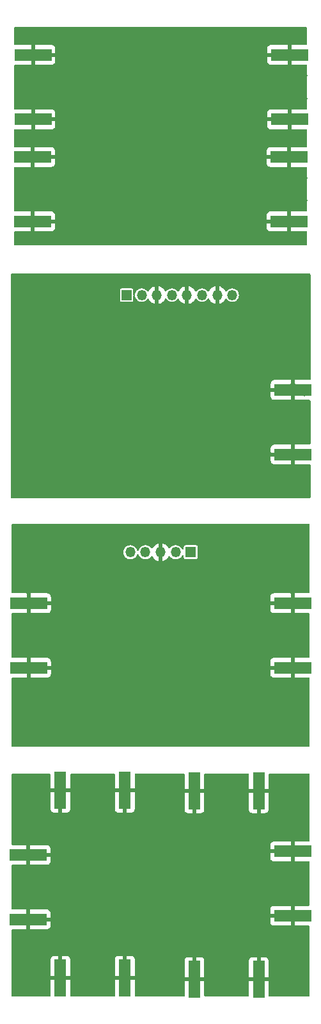
<source format=gbr>
%TF.GenerationSoftware,KiCad,Pcbnew,(6.0.1)*%
%TF.CreationDate,2022-04-19T10:20:01+02:00*%
%TF.ProjectId,Board1,426f6172-6431-42e6-9b69-6361645f7063,rev?*%
%TF.SameCoordinates,Original*%
%TF.FileFunction,Copper,L2,Bot*%
%TF.FilePolarity,Positive*%
%FSLAX46Y46*%
G04 Gerber Fmt 4.6, Leading zero omitted, Abs format (unit mm)*
G04 Created by KiCad (PCBNEW (6.0.1)) date 2022-04-19 10:20:01*
%MOMM*%
%LPD*%
G01*
G04 APERTURE LIST*
%TA.AperFunction,SMDPad,CuDef*%
%ADD10R,1.600000X4.900000*%
%TD*%
%TA.AperFunction,SMDPad,CuDef*%
%ADD11R,4.900000X1.600000*%
%TD*%
%TA.AperFunction,ComponentPad*%
%ADD12R,1.350000X1.350000*%
%TD*%
%TA.AperFunction,ComponentPad*%
%ADD13O,1.350000X1.350000*%
%TD*%
%TA.AperFunction,ViaPad*%
%ADD14C,0.800000*%
%TD*%
G04 APERTURE END LIST*
D10*
%TO.P,J5,S3*%
%TO.N,N/C*%
X134480000Y-162482500D03*
%TO.P,J5,S4*%
X143000000Y-162482500D03*
%TD*%
D11*
%TO.P,J3,S3*%
%TO.N,N/C*%
X112450000Y-146022500D03*
%TO.P,J3,S4*%
X112450000Y-154542500D03*
%TD*%
D10*
%TO.P,J4,S3*%
%TO.N,N/C*%
X143000000Y-137517500D03*
%TO.P,J4,S4*%
X134480000Y-137517500D03*
%TD*%
D11*
%TO.P,J1,S3*%
%TO.N,N/C*%
X147482500Y-121260000D03*
%TO.P,J1,S4*%
X147482500Y-112740000D03*
%TD*%
D12*
%TO.P,J3,1,Pin_1*%
%TO.N,N/C*%
X134000000Y-106000000D03*
D13*
%TO.P,J3,2,Pin_2*%
X132000000Y-106000000D03*
%TO.P,J3,3,Pin_3*%
X130000000Y-106000000D03*
%TO.P,J3,4,Pin_4*%
X128000000Y-106000000D03*
%TO.P,J3,5,Pin_5*%
X126000000Y-106000000D03*
%TD*%
D11*
%TO.P,J4,S3*%
%TO.N,N/C*%
X147002500Y-62260000D03*
%TO.P,J4,S4*%
X147002500Y-53740000D03*
%TD*%
%TO.P,J1,S3*%
%TO.N,N/C*%
X147550000Y-93060000D03*
%TO.P,J1,S4*%
X147550000Y-84540000D03*
%TD*%
D10*
%TO.P,J1,S3*%
%TO.N,N/C*%
X125260000Y-137450000D03*
%TO.P,J1,S4*%
X116740000Y-137450000D03*
%TD*%
D11*
%TO.P,J6,S3*%
%TO.N,N/C*%
X147482500Y-154060000D03*
%TO.P,J6,S4*%
X147482500Y-145540000D03*
%TD*%
%TO.P,J2,S3*%
%TO.N,N/C*%
X147070000Y-48760000D03*
%TO.P,J2,S4*%
X147070000Y-40240000D03*
%TD*%
%TO.P,J3,S3*%
%TO.N,N/C*%
X113037500Y-53740000D03*
%TO.P,J3,S4*%
X113037500Y-62260000D03*
%TD*%
D10*
%TO.P,J2,S3*%
%TO.N,N/C*%
X116740000Y-162315000D03*
%TO.P,J2,S4*%
X125260000Y-162315000D03*
%TD*%
D11*
%TO.P,J1,S3*%
%TO.N,N/C*%
X113105000Y-40240000D03*
%TO.P,J1,S4*%
X113105000Y-48760000D03*
%TD*%
D12*
%TO.P,J2,1,Pin_1*%
%TO.N,N/C*%
X125500000Y-72000000D03*
D13*
%TO.P,J2,2,Pin_2*%
X127500000Y-72000000D03*
%TO.P,J2,3,Pin_3*%
X129500000Y-72000000D03*
%TO.P,J2,4,Pin_4*%
X131500000Y-72000000D03*
%TO.P,J2,5,Pin_5*%
X133500000Y-72000000D03*
%TO.P,J2,6,Pin_6*%
X135500000Y-72000000D03*
%TO.P,J2,7,Pin_7*%
X137500000Y-72000000D03*
%TO.P,J2,8,Pin_8*%
X139500000Y-72000000D03*
%TD*%
D11*
%TO.P,J2,S3*%
%TO.N,N/C*%
X112517500Y-112740000D03*
%TO.P,J2,S4*%
X112517500Y-121260000D03*
%TD*%
D14*
%TO.N,*%
X138400000Y-88100000D03*
X133000000Y-59500000D03*
X127000000Y-59500000D03*
X111000000Y-56500000D03*
X149000000Y-121000000D03*
X130000000Y-112000000D03*
X144000000Y-122000000D03*
X124928333Y-56500000D03*
X114000000Y-157000000D03*
X137000000Y-70000000D03*
X125000000Y-86000000D03*
X146000000Y-137000000D03*
X145000000Y-59500000D03*
X115000000Y-51000000D03*
X125000000Y-121000000D03*
X122500000Y-53500000D03*
X119000000Y-59500000D03*
X138400000Y-89900000D03*
X130000000Y-79000000D03*
X121000000Y-131000000D03*
X111000000Y-127000000D03*
X133000000Y-94000000D03*
X149000000Y-82000000D03*
X125000000Y-51000000D03*
X140000000Y-61000000D03*
X130000000Y-139000000D03*
X129000000Y-113000000D03*
X119000000Y-46000000D03*
X139000000Y-131000000D03*
X112000000Y-86000000D03*
X111000000Y-72000000D03*
X145000000Y-127000000D03*
X135000000Y-115000000D03*
X140330000Y-162010000D03*
X149000000Y-70000000D03*
X149000000Y-93000000D03*
X111000000Y-115000000D03*
X140330000Y-156010000D03*
X122000000Y-118000000D03*
X121000000Y-56500000D03*
X121000000Y-70000000D03*
X145000000Y-131000000D03*
X111000000Y-80000000D03*
X122600000Y-146000000D03*
X131000000Y-59500000D03*
X127000000Y-143000000D03*
X112000000Y-92000000D03*
X149000000Y-85000000D03*
X124928333Y-43000000D03*
X137000000Y-131000000D03*
X147000000Y-46000000D03*
X125000000Y-125000000D03*
X115000000Y-126000000D03*
X133000000Y-147000000D03*
X137000000Y-46000000D03*
X111000000Y-98000000D03*
X122600000Y-154000000D03*
X149000000Y-59500000D03*
X145000000Y-103000000D03*
X139000000Y-59500000D03*
X119300000Y-140000000D03*
X137000000Y-59500000D03*
X132500000Y-96500000D03*
X119300000Y-136000000D03*
X134000000Y-120000000D03*
X117000000Y-122000000D03*
X127500000Y-63500000D03*
X140330000Y-152010000D03*
X127000000Y-115000000D03*
X146000000Y-158000000D03*
X117000000Y-56500000D03*
X119000000Y-56500000D03*
X147500000Y-84000000D03*
X136014577Y-121990329D03*
X122500000Y-81500000D03*
X147000000Y-98000000D03*
X126000000Y-151000000D03*
X113900000Y-88200000D03*
X119300000Y-138000000D03*
X131000000Y-98000000D03*
X143000000Y-85000000D03*
X137500000Y-96500000D03*
X119800000Y-87200000D03*
X117000000Y-111000000D03*
X127000000Y-43000000D03*
X141000000Y-115000000D03*
X121000000Y-103000000D03*
X135000000Y-103000000D03*
X119300000Y-152000000D03*
X129000000Y-117000000D03*
X126000000Y-155000000D03*
X119300000Y-148000000D03*
X123000000Y-43000000D03*
X135000000Y-111000000D03*
X122500000Y-38500000D03*
X117980000Y-148600000D03*
X122000000Y-116000000D03*
X115000000Y-107000000D03*
X132000000Y-162000000D03*
X123000000Y-103000000D03*
X147000000Y-119000000D03*
X119000000Y-81000000D03*
X145000000Y-90500000D03*
X140330000Y-146010000D03*
X140000000Y-128000000D03*
X118000000Y-152000000D03*
X122600000Y-164000000D03*
X140600000Y-90100000D03*
X111000000Y-107000000D03*
X119300000Y-146000000D03*
X130000000Y-160000000D03*
X139000000Y-98000000D03*
X121000000Y-59500000D03*
X142500000Y-63500000D03*
X129000000Y-115000000D03*
X131000000Y-124000000D03*
X117500000Y-38500000D03*
X147000000Y-43000000D03*
X133000000Y-70000000D03*
X143000000Y-98000000D03*
X142500000Y-96500000D03*
X125000000Y-84000000D03*
X122600000Y-144000000D03*
X148000000Y-161000000D03*
X137200000Y-164000000D03*
X139000000Y-43000000D03*
X113900000Y-89700000D03*
X148040000Y-151640000D03*
X137500000Y-63500000D03*
X130000000Y-118000000D03*
X129000000Y-121000000D03*
X145000000Y-56500000D03*
X143000000Y-46000000D03*
X128000000Y-87000000D03*
X127000000Y-113000000D03*
X121000000Y-43000000D03*
X139000000Y-56500000D03*
X135000000Y-94000000D03*
X130000000Y-94000000D03*
X149000000Y-127000000D03*
X128000000Y-122000000D03*
X111000000Y-131000000D03*
X113000000Y-162000000D03*
X135000000Y-121000000D03*
X144000000Y-156000000D03*
X140000000Y-124000000D03*
X119300000Y-158000000D03*
X111000000Y-92000000D03*
X111000000Y-96000000D03*
X111000000Y-94000000D03*
X138014577Y-121990329D03*
X149000000Y-87000000D03*
X143000000Y-121000000D03*
X113980000Y-148600000D03*
X142500000Y-53500000D03*
X127000000Y-128000000D03*
X124000000Y-122000000D03*
X113000000Y-115000000D03*
X121000000Y-150300000D03*
X149000000Y-78000000D03*
X145000000Y-98000000D03*
X137200000Y-156000000D03*
X127500000Y-38500000D03*
X111000000Y-76000000D03*
X137500000Y-38500000D03*
X111000000Y-78000000D03*
X111980000Y-148600000D03*
X149000000Y-76000000D03*
X112000000Y-152000000D03*
X124000000Y-90500000D03*
X127500000Y-96500000D03*
X135000000Y-70000000D03*
X123000000Y-98000000D03*
X111000000Y-113000000D03*
X132500000Y-53500000D03*
X111000000Y-88000000D03*
X129000000Y-43000000D03*
X145000000Y-119000000D03*
X137200000Y-158000000D03*
X122500000Y-63500000D03*
X118000000Y-93000000D03*
X121000000Y-119000000D03*
X141000000Y-59500000D03*
X115000000Y-46000000D03*
X137200000Y-160000000D03*
X149000000Y-109000000D03*
X136000000Y-87000000D03*
X121000000Y-121000000D03*
X111000000Y-129000000D03*
X141000000Y-70000000D03*
X117000000Y-43000000D03*
X115000000Y-59500000D03*
X127500000Y-81500000D03*
X118000000Y-86000000D03*
X131000000Y-70000000D03*
X117500000Y-96500000D03*
X132500000Y-48500000D03*
X120000000Y-84000000D03*
X125000000Y-59500000D03*
X149000000Y-105000000D03*
X148000000Y-143000000D03*
X141000000Y-131000000D03*
X135000000Y-113000000D03*
X123000000Y-59500000D03*
X135000000Y-117000000D03*
X122600000Y-136000000D03*
X143000000Y-59500000D03*
X141000000Y-103000000D03*
X147000000Y-115000000D03*
X130000000Y-122000000D03*
X149000000Y-111000000D03*
X111000000Y-119000000D03*
X137200000Y-148000000D03*
X123000000Y-87000000D03*
X119000000Y-103000000D03*
X142000000Y-93000000D03*
X117500000Y-53500000D03*
X123000000Y-56500000D03*
X124000000Y-114000000D03*
X117000000Y-119000000D03*
X146060000Y-148050000D03*
X120000000Y-51000000D03*
X139000000Y-103000000D03*
X128000000Y-157000000D03*
X122600000Y-142000000D03*
X122500000Y-96500000D03*
X132000000Y-116000000D03*
X137200000Y-154000000D03*
X149000000Y-139000000D03*
X139000000Y-121000000D03*
X140330000Y-140010000D03*
X149000000Y-115000000D03*
X127500000Y-84000000D03*
X131000000Y-43000000D03*
X113000000Y-70000000D03*
X115000000Y-98000000D03*
X140330000Y-136010000D03*
X130000000Y-84000000D03*
X137200000Y-152000000D03*
X111000000Y-59500000D03*
X137500000Y-48500000D03*
X115000000Y-131000000D03*
X137200000Y-136000000D03*
X134000000Y-114000000D03*
X135000000Y-84000000D03*
X134000000Y-118000000D03*
X132500000Y-63500000D03*
X111000000Y-109000000D03*
X123000000Y-46000000D03*
X112500000Y-96500000D03*
X118000000Y-90500000D03*
X127000000Y-70000000D03*
X122600000Y-140000000D03*
X115000000Y-129000000D03*
X144060000Y-148050000D03*
X139000000Y-46000000D03*
X149000000Y-129000000D03*
X129000000Y-59500000D03*
X115000000Y-43000000D03*
X125000000Y-61000000D03*
X135000000Y-51000000D03*
X115400000Y-88200000D03*
X129000000Y-111000000D03*
X128000000Y-92000000D03*
X120000000Y-107000000D03*
X120000000Y-122000000D03*
X117000000Y-156000000D03*
X143000000Y-119000000D03*
X113000000Y-131000000D03*
X144000000Y-142000000D03*
X115000000Y-119000000D03*
X149000000Y-72000000D03*
X125000000Y-103000000D03*
X111000000Y-111000000D03*
X146000000Y-109000000D03*
X132000000Y-119000000D03*
X121000000Y-46000000D03*
X133000000Y-131000000D03*
X127000000Y-131000000D03*
X124000000Y-119000000D03*
X149000000Y-103000000D03*
X122000000Y-93000000D03*
X147000000Y-131000000D03*
X143000000Y-70000000D03*
X141000000Y-84000000D03*
X132000000Y-128000000D03*
X129000000Y-56500000D03*
X114000000Y-152000000D03*
X122600000Y-160000000D03*
X140000000Y-122000000D03*
X133000000Y-46000000D03*
X149000000Y-119000000D03*
X134000000Y-122000000D03*
X149000000Y-131000000D03*
X117500000Y-48500000D03*
X129000000Y-46000000D03*
X113000000Y-119000000D03*
X134000000Y-116000000D03*
X135000000Y-56500000D03*
X117000000Y-131000000D03*
X145000000Y-87000000D03*
X123000000Y-121000000D03*
X145000000Y-70000000D03*
X145000000Y-51000000D03*
X113000000Y-98000000D03*
X149000000Y-80000000D03*
X131000000Y-46000000D03*
X144000000Y-106000000D03*
X137000000Y-103000000D03*
X132500000Y-38500000D03*
X115000000Y-103000000D03*
X111000000Y-119000000D03*
X149000000Y-96000000D03*
X139000000Y-106000000D03*
X135000000Y-109000000D03*
X137000000Y-56500000D03*
X137200000Y-138000000D03*
X124000000Y-129000000D03*
X134000000Y-87000000D03*
X121000000Y-98000000D03*
X130000000Y-143000000D03*
X119300000Y-160000000D03*
X111000000Y-70000000D03*
X141000000Y-56500000D03*
X115000000Y-115000000D03*
X126000000Y-122000000D03*
X137500000Y-53500000D03*
X125000000Y-94000000D03*
X137200000Y-150000000D03*
X142500000Y-38500000D03*
X142000000Y-122000000D03*
X119000000Y-70000000D03*
X145000000Y-43000000D03*
X149000000Y-90500000D03*
X125250000Y-88850000D03*
X147000000Y-90500000D03*
X111000000Y-82000000D03*
X111000000Y-74000000D03*
X140330000Y-158010000D03*
X131000000Y-153000000D03*
X144040000Y-151640000D03*
X122600000Y-156000000D03*
X139500000Y-89100000D03*
X117000000Y-143000000D03*
X127000000Y-46000000D03*
X147000000Y-56500000D03*
X122500000Y-48500000D03*
X137000000Y-43000000D03*
X113000000Y-56500000D03*
X130000000Y-114000000D03*
X127000000Y-121000000D03*
X145000000Y-46000000D03*
X143000000Y-115000000D03*
X127000000Y-98000000D03*
X149000000Y-107000000D03*
X149000000Y-123000000D03*
X117000000Y-98000000D03*
X147000000Y-87000000D03*
X130000000Y-116000000D03*
X111000000Y-84000000D03*
X141000000Y-46000000D03*
X140000000Y-41000000D03*
X145000000Y-115000000D03*
X120000000Y-41000000D03*
X130000000Y-110000000D03*
X119300000Y-144000000D03*
X132000000Y-85000000D03*
X134000000Y-144000000D03*
X129000000Y-119000000D03*
X134000000Y-156000000D03*
X146040000Y-151640000D03*
X125000000Y-41000000D03*
X123000000Y-131000000D03*
X140330000Y-138010000D03*
X122600000Y-162000000D03*
X141000000Y-43000000D03*
X119300000Y-162000000D03*
X115400000Y-89700000D03*
X113000000Y-103000000D03*
X147500000Y-96500000D03*
X135000000Y-119000000D03*
X122000000Y-114000000D03*
X134000000Y-151000000D03*
X137000000Y-98000000D03*
X130000000Y-61000000D03*
X122600000Y-150000000D03*
X119000000Y-119000000D03*
X137000000Y-121000000D03*
X140330000Y-142010000D03*
X111000000Y-46000000D03*
X136000000Y-93000000D03*
X143000000Y-131000000D03*
X131000000Y-103000000D03*
X118000000Y-114000000D03*
X140000000Y-51000000D03*
X120000000Y-114000000D03*
X115000000Y-70000000D03*
X120000000Y-94000000D03*
X115000000Y-56500000D03*
X111000000Y-123000000D03*
X120000000Y-126000000D03*
X127500000Y-79000000D03*
X143000000Y-87000000D03*
X133000000Y-56500000D03*
X133000000Y-98000000D03*
X133000000Y-43000000D03*
X115000000Y-94000000D03*
X142500000Y-48500000D03*
X111000000Y-86000000D03*
X122600000Y-148000000D03*
X116000000Y-152000000D03*
X129000000Y-103000000D03*
X131000000Y-131000000D03*
X137200000Y-140000000D03*
X122000000Y-122000000D03*
X140330000Y-160010000D03*
X119000000Y-43000000D03*
X122000000Y-90400000D03*
X143000000Y-103000000D03*
X117000000Y-46000000D03*
X122600000Y-158000000D03*
X135000000Y-131000000D03*
X141000000Y-98000000D03*
X143000000Y-145000000D03*
X130000000Y-146000000D03*
X119000000Y-131000000D03*
X149000000Y-56500000D03*
X147000000Y-59500000D03*
X115980000Y-148600000D03*
X127000000Y-103000000D03*
X119300000Y-164000000D03*
X147000000Y-70000000D03*
X140330000Y-144010000D03*
X123000000Y-111000000D03*
X137200000Y-162000000D03*
X132000000Y-87000000D03*
X127000000Y-56500000D03*
X113000000Y-140000000D03*
X120000000Y-61000000D03*
X111000000Y-105000000D03*
X125000000Y-46000000D03*
X143000000Y-43000000D03*
X129000000Y-109000000D03*
X133000000Y-127000000D03*
X149000000Y-46000000D03*
X134000000Y-110000000D03*
X120000000Y-90500000D03*
X113000000Y-43000000D03*
X140330000Y-148010000D03*
X114000000Y-144000000D03*
X135000000Y-41000000D03*
X145000000Y-163000000D03*
X113000000Y-137000000D03*
X141000000Y-119000000D03*
X149000000Y-113000000D03*
X137200000Y-142000000D03*
X119000000Y-98000000D03*
X142060000Y-148050000D03*
X131000000Y-56500000D03*
X129000000Y-70000000D03*
X123000000Y-70000000D03*
X113000000Y-59500000D03*
X129000000Y-131000000D03*
X130600000Y-90300000D03*
X126000000Y-90500000D03*
X132500000Y-81500000D03*
X111000000Y-103000000D03*
X125000000Y-98000000D03*
X147000000Y-103000000D03*
X139000000Y-70000000D03*
X135000000Y-61000000D03*
X140330000Y-154010000D03*
X137200000Y-144000000D03*
X140000000Y-94000000D03*
X143000000Y-56500000D03*
X125000000Y-147000000D03*
X132600000Y-90300000D03*
X143000000Y-90500000D03*
X138700000Y-149800000D03*
X134000000Y-112000000D03*
X132000000Y-125000000D03*
X111000000Y-43000000D03*
X132500000Y-76500000D03*
X122600000Y-152000000D03*
X133000000Y-103000000D03*
X148060000Y-148050000D03*
X141000000Y-121000000D03*
X125000000Y-131000000D03*
X119300000Y-156000000D03*
X130000000Y-41000000D03*
X117000000Y-103000000D03*
X117000000Y-70000000D03*
X129000000Y-98000000D03*
X130000000Y-120000000D03*
X111000000Y-115000000D03*
X149000000Y-125000000D03*
X135000000Y-98000000D03*
X117000000Y-115000000D03*
X140330000Y-164010000D03*
X122600000Y-138000000D03*
X125000000Y-70000000D03*
X127500000Y-53500000D03*
X137200000Y-146000000D03*
X135000000Y-59500000D03*
X135000000Y-43000000D03*
X149000000Y-98000000D03*
X135000000Y-46000000D03*
X130000000Y-87000000D03*
X128000000Y-163000000D03*
X138000000Y-83000000D03*
X117000000Y-59500000D03*
X130000000Y-51000000D03*
X122000000Y-108000000D03*
X142000000Y-111000000D03*
X132000000Y-110000000D03*
X149000000Y-43000000D03*
X140600000Y-87900000D03*
X111000000Y-90000000D03*
X119300000Y-154000000D03*
X111000000Y-121000000D03*
X113000000Y-46000000D03*
X128000000Y-151000000D03*
X119300000Y-142000000D03*
X117500000Y-63500000D03*
X111000000Y-125000000D03*
X149000000Y-74000000D03*
X142040000Y-151640000D03*
X127500000Y-48500000D03*
%TD*%
%TA.AperFunction,NonConductor*%
G36*
X149688121Y-102274002D02*
G01*
X149734614Y-102327658D01*
X149746000Y-102380000D01*
X149746000Y-111306000D01*
X149725998Y-111374121D01*
X149672342Y-111420614D01*
X149620000Y-111432000D01*
X147754615Y-111432000D01*
X147739376Y-111436475D01*
X147738171Y-111437865D01*
X147736500Y-111445548D01*
X147736500Y-114029884D01*
X147740975Y-114045123D01*
X147742365Y-114046328D01*
X147750048Y-114047999D01*
X149620000Y-114047999D01*
X149688121Y-114068001D01*
X149734614Y-114121657D01*
X149746000Y-114173999D01*
X149746000Y-119826000D01*
X149725998Y-119894121D01*
X149672342Y-119940614D01*
X149620000Y-119952000D01*
X147754615Y-119952000D01*
X147739376Y-119956475D01*
X147738171Y-119957865D01*
X147736500Y-119965548D01*
X147736500Y-122549884D01*
X147740975Y-122565123D01*
X147742365Y-122566328D01*
X147750048Y-122567999D01*
X149620000Y-122567999D01*
X149688121Y-122588001D01*
X149734614Y-122641657D01*
X149746000Y-122693999D01*
X149746000Y-131620000D01*
X149725998Y-131688121D01*
X149672342Y-131734614D01*
X149620000Y-131746000D01*
X110380000Y-131746000D01*
X110311879Y-131725998D01*
X110265386Y-131672342D01*
X110254000Y-131620000D01*
X110254000Y-122694000D01*
X110274002Y-122625879D01*
X110327658Y-122579386D01*
X110380000Y-122568000D01*
X112245385Y-122568000D01*
X112260624Y-122563525D01*
X112261829Y-122562135D01*
X112263500Y-122554452D01*
X112263500Y-122549884D01*
X112771500Y-122549884D01*
X112775975Y-122565123D01*
X112777365Y-122566328D01*
X112785048Y-122567999D01*
X115012169Y-122567999D01*
X115018990Y-122567629D01*
X115069852Y-122562105D01*
X115085104Y-122558479D01*
X115205554Y-122513324D01*
X115221149Y-122504786D01*
X115323224Y-122428285D01*
X115335785Y-122415724D01*
X115412286Y-122313649D01*
X115420824Y-122298054D01*
X115465978Y-122177606D01*
X115469605Y-122162351D01*
X115475131Y-122111486D01*
X115475500Y-122104672D01*
X115475500Y-122104669D01*
X144524501Y-122104669D01*
X144524871Y-122111490D01*
X144530395Y-122162352D01*
X144534021Y-122177604D01*
X144579176Y-122298054D01*
X144587714Y-122313649D01*
X144664215Y-122415724D01*
X144676776Y-122428285D01*
X144778851Y-122504786D01*
X144794446Y-122513324D01*
X144914894Y-122558478D01*
X144930149Y-122562105D01*
X144981014Y-122567631D01*
X144987828Y-122568000D01*
X147210385Y-122568000D01*
X147225624Y-122563525D01*
X147226829Y-122562135D01*
X147228500Y-122554452D01*
X147228500Y-121532115D01*
X147224025Y-121516876D01*
X147222635Y-121515671D01*
X147214952Y-121514000D01*
X144542616Y-121514000D01*
X144527377Y-121518475D01*
X144526172Y-121519865D01*
X144524501Y-121527548D01*
X144524501Y-122104669D01*
X115475500Y-122104669D01*
X115475500Y-121532115D01*
X115471025Y-121516876D01*
X115469635Y-121515671D01*
X115461952Y-121514000D01*
X112789615Y-121514000D01*
X112774376Y-121518475D01*
X112773171Y-121519865D01*
X112771500Y-121527548D01*
X112771500Y-122549884D01*
X112263500Y-122549884D01*
X112263500Y-120987885D01*
X112771500Y-120987885D01*
X112775975Y-121003124D01*
X112777365Y-121004329D01*
X112785048Y-121006000D01*
X115457384Y-121006000D01*
X115472623Y-121001525D01*
X115473828Y-121000135D01*
X115475499Y-120992452D01*
X115475499Y-120987885D01*
X144524500Y-120987885D01*
X144528975Y-121003124D01*
X144530365Y-121004329D01*
X144538048Y-121006000D01*
X147210385Y-121006000D01*
X147225624Y-121001525D01*
X147226829Y-121000135D01*
X147228500Y-120992452D01*
X147228500Y-119970116D01*
X147224025Y-119954877D01*
X147222635Y-119953672D01*
X147214952Y-119952001D01*
X144987831Y-119952001D01*
X144981010Y-119952371D01*
X144930148Y-119957895D01*
X144914896Y-119961521D01*
X144794446Y-120006676D01*
X144778851Y-120015214D01*
X144676776Y-120091715D01*
X144664215Y-120104276D01*
X144587714Y-120206351D01*
X144579176Y-120221946D01*
X144534022Y-120342394D01*
X144530395Y-120357649D01*
X144524869Y-120408514D01*
X144524500Y-120415328D01*
X144524500Y-120987885D01*
X115475499Y-120987885D01*
X115475499Y-120415331D01*
X115475129Y-120408510D01*
X115469605Y-120357648D01*
X115465979Y-120342396D01*
X115420824Y-120221946D01*
X115412286Y-120206351D01*
X115335785Y-120104276D01*
X115323224Y-120091715D01*
X115221149Y-120015214D01*
X115205554Y-120006676D01*
X115085106Y-119961522D01*
X115069851Y-119957895D01*
X115018986Y-119952369D01*
X115012172Y-119952000D01*
X112789615Y-119952000D01*
X112774376Y-119956475D01*
X112773171Y-119957865D01*
X112771500Y-119965548D01*
X112771500Y-120987885D01*
X112263500Y-120987885D01*
X112263500Y-119970116D01*
X112259025Y-119954877D01*
X112257635Y-119953672D01*
X112249952Y-119952001D01*
X110380000Y-119952001D01*
X110311879Y-119931999D01*
X110265386Y-119878343D01*
X110254000Y-119826001D01*
X110254000Y-114174000D01*
X110274002Y-114105879D01*
X110327658Y-114059386D01*
X110380000Y-114048000D01*
X112245385Y-114048000D01*
X112260624Y-114043525D01*
X112261829Y-114042135D01*
X112263500Y-114034452D01*
X112263500Y-114029884D01*
X112771500Y-114029884D01*
X112775975Y-114045123D01*
X112777365Y-114046328D01*
X112785048Y-114047999D01*
X115012169Y-114047999D01*
X115018990Y-114047629D01*
X115069852Y-114042105D01*
X115085104Y-114038479D01*
X115205554Y-113993324D01*
X115221149Y-113984786D01*
X115323224Y-113908285D01*
X115335785Y-113895724D01*
X115412286Y-113793649D01*
X115420824Y-113778054D01*
X115465978Y-113657606D01*
X115469605Y-113642351D01*
X115475131Y-113591486D01*
X115475500Y-113584672D01*
X115475500Y-113584669D01*
X144524501Y-113584669D01*
X144524871Y-113591490D01*
X144530395Y-113642352D01*
X144534021Y-113657604D01*
X144579176Y-113778054D01*
X144587714Y-113793649D01*
X144664215Y-113895724D01*
X144676776Y-113908285D01*
X144778851Y-113984786D01*
X144794446Y-113993324D01*
X144914894Y-114038478D01*
X144930149Y-114042105D01*
X144981014Y-114047631D01*
X144987828Y-114048000D01*
X147210385Y-114048000D01*
X147225624Y-114043525D01*
X147226829Y-114042135D01*
X147228500Y-114034452D01*
X147228500Y-113012115D01*
X147224025Y-112996876D01*
X147222635Y-112995671D01*
X147214952Y-112994000D01*
X144542616Y-112994000D01*
X144527377Y-112998475D01*
X144526172Y-112999865D01*
X144524501Y-113007548D01*
X144524501Y-113584669D01*
X115475500Y-113584669D01*
X115475500Y-113012115D01*
X115471025Y-112996876D01*
X115469635Y-112995671D01*
X115461952Y-112994000D01*
X112789615Y-112994000D01*
X112774376Y-112998475D01*
X112773171Y-112999865D01*
X112771500Y-113007548D01*
X112771500Y-114029884D01*
X112263500Y-114029884D01*
X112263500Y-112467885D01*
X112771500Y-112467885D01*
X112775975Y-112483124D01*
X112777365Y-112484329D01*
X112785048Y-112486000D01*
X115457384Y-112486000D01*
X115472623Y-112481525D01*
X115473828Y-112480135D01*
X115475499Y-112472452D01*
X115475499Y-112467885D01*
X144524500Y-112467885D01*
X144528975Y-112483124D01*
X144530365Y-112484329D01*
X144538048Y-112486000D01*
X147210385Y-112486000D01*
X147225624Y-112481525D01*
X147226829Y-112480135D01*
X147228500Y-112472452D01*
X147228500Y-111450116D01*
X147224025Y-111434877D01*
X147222635Y-111433672D01*
X147214952Y-111432001D01*
X144987831Y-111432001D01*
X144981010Y-111432371D01*
X144930148Y-111437895D01*
X144914896Y-111441521D01*
X144794446Y-111486676D01*
X144778851Y-111495214D01*
X144676776Y-111571715D01*
X144664215Y-111584276D01*
X144587714Y-111686351D01*
X144579176Y-111701946D01*
X144534022Y-111822394D01*
X144530395Y-111837649D01*
X144524869Y-111888514D01*
X144524500Y-111895328D01*
X144524500Y-112467885D01*
X115475499Y-112467885D01*
X115475499Y-111895331D01*
X115475129Y-111888510D01*
X115469605Y-111837648D01*
X115465979Y-111822396D01*
X115420824Y-111701946D01*
X115412286Y-111686351D01*
X115335785Y-111584276D01*
X115323224Y-111571715D01*
X115221149Y-111495214D01*
X115205554Y-111486676D01*
X115085106Y-111441522D01*
X115069851Y-111437895D01*
X115018986Y-111432369D01*
X115012172Y-111432000D01*
X112789615Y-111432000D01*
X112774376Y-111436475D01*
X112773171Y-111437865D01*
X112771500Y-111445548D01*
X112771500Y-112467885D01*
X112263500Y-112467885D01*
X112263500Y-111450116D01*
X112259025Y-111434877D01*
X112257635Y-111433672D01*
X112249952Y-111432001D01*
X110380000Y-111432001D01*
X110311879Y-111411999D01*
X110265386Y-111358343D01*
X110254000Y-111306001D01*
X110254000Y-106000000D01*
X125065380Y-106000000D01*
X125085804Y-106194318D01*
X125146182Y-106380144D01*
X125243877Y-106549356D01*
X125374617Y-106694558D01*
X125379959Y-106698439D01*
X125379961Y-106698441D01*
X125486182Y-106775615D01*
X125532690Y-106809405D01*
X125538719Y-106812089D01*
X125538722Y-106812091D01*
X125705151Y-106886189D01*
X125705154Y-106886190D01*
X125711187Y-106888876D01*
X125790727Y-106905783D01*
X125895849Y-106928128D01*
X125895854Y-106928128D01*
X125902306Y-106929500D01*
X126097694Y-106929500D01*
X126104146Y-106928128D01*
X126104151Y-106928128D01*
X126209273Y-106905783D01*
X126288813Y-106888876D01*
X126294846Y-106886190D01*
X126294849Y-106886189D01*
X126461278Y-106812091D01*
X126461281Y-106812089D01*
X126467310Y-106809405D01*
X126513818Y-106775615D01*
X126620039Y-106698441D01*
X126620041Y-106698439D01*
X126625383Y-106694558D01*
X126756123Y-106549356D01*
X126853818Y-106380144D01*
X126859362Y-106363083D01*
X126880167Y-106299049D01*
X126920240Y-106240443D01*
X126985637Y-106212806D01*
X127055593Y-106224913D01*
X127107900Y-106272918D01*
X127119833Y-106299049D01*
X127140639Y-106363083D01*
X127146182Y-106380144D01*
X127243877Y-106549356D01*
X127374617Y-106694558D01*
X127379959Y-106698439D01*
X127379961Y-106698441D01*
X127486182Y-106775615D01*
X127532690Y-106809405D01*
X127538719Y-106812089D01*
X127538722Y-106812091D01*
X127705151Y-106886189D01*
X127705154Y-106886190D01*
X127711187Y-106888876D01*
X127790727Y-106905783D01*
X127895849Y-106928128D01*
X127895854Y-106928128D01*
X127902306Y-106929500D01*
X128097694Y-106929500D01*
X128104146Y-106928128D01*
X128104151Y-106928128D01*
X128209273Y-106905783D01*
X128288813Y-106888876D01*
X128294846Y-106886190D01*
X128294849Y-106886189D01*
X128461278Y-106812091D01*
X128461281Y-106812089D01*
X128467310Y-106809405D01*
X128513818Y-106775615D01*
X128620039Y-106698441D01*
X128620041Y-106698439D01*
X128625383Y-106694558D01*
X128756123Y-106549356D01*
X128758241Y-106551263D01*
X128804519Y-106515541D01*
X128875252Y-106509430D01*
X128938060Y-106542531D01*
X128964717Y-106580181D01*
X128968687Y-106588792D01*
X128974436Y-106598750D01*
X129093254Y-106766873D01*
X129100720Y-106775615D01*
X129248191Y-106919275D01*
X129257124Y-106926509D01*
X129428299Y-107040884D01*
X129438409Y-107046374D01*
X129627566Y-107127642D01*
X129638499Y-107131194D01*
X129728332Y-107151521D01*
X129742405Y-107150632D01*
X129746000Y-107141233D01*
X129746000Y-107140512D01*
X130254000Y-107140512D01*
X130257966Y-107154018D01*
X130271883Y-107156011D01*
X130282817Y-107153386D01*
X130477763Y-107087210D01*
X130488272Y-107082531D01*
X130667882Y-106981944D01*
X130677375Y-106975420D01*
X130835653Y-106843782D01*
X130843782Y-106835653D01*
X130975420Y-106677375D01*
X130981939Y-106667890D01*
X131037639Y-106568430D01*
X131088376Y-106518768D01*
X131157908Y-106504420D01*
X131224159Y-106529942D01*
X131243461Y-106549731D01*
X131243877Y-106549356D01*
X131374617Y-106694558D01*
X131379959Y-106698439D01*
X131379961Y-106698441D01*
X131486182Y-106775615D01*
X131532690Y-106809405D01*
X131538719Y-106812089D01*
X131538722Y-106812091D01*
X131705151Y-106886189D01*
X131705154Y-106886190D01*
X131711187Y-106888876D01*
X131790727Y-106905783D01*
X131895849Y-106928128D01*
X131895854Y-106928128D01*
X131902306Y-106929500D01*
X132097694Y-106929500D01*
X132104146Y-106928128D01*
X132104151Y-106928128D01*
X132209273Y-106905783D01*
X132288813Y-106888876D01*
X132294846Y-106886190D01*
X132294849Y-106886189D01*
X132461278Y-106812091D01*
X132461281Y-106812089D01*
X132467310Y-106809405D01*
X132513818Y-106775615D01*
X132620039Y-106698441D01*
X132620041Y-106698439D01*
X132625383Y-106694558D01*
X132756123Y-106549356D01*
X132835382Y-106412076D01*
X132886765Y-106363083D01*
X132956478Y-106349647D01*
X133022389Y-106376033D01*
X133063571Y-106433866D01*
X133070501Y-106475075D01*
X133070501Y-106700066D01*
X133085266Y-106774301D01*
X133141516Y-106858484D01*
X133225699Y-106914734D01*
X133299933Y-106929500D01*
X133999886Y-106929500D01*
X134700066Y-106929499D01*
X134735818Y-106922388D01*
X134762126Y-106917156D01*
X134762128Y-106917155D01*
X134774301Y-106914734D01*
X134784621Y-106907839D01*
X134784622Y-106907838D01*
X134848168Y-106865377D01*
X134858484Y-106858484D01*
X134914734Y-106774301D01*
X134929500Y-106700067D01*
X134929499Y-105299934D01*
X134914734Y-105225699D01*
X134888692Y-105186724D01*
X134865377Y-105151832D01*
X134858484Y-105141516D01*
X134774301Y-105085266D01*
X134700067Y-105070500D01*
X134000114Y-105070500D01*
X133299934Y-105070501D01*
X133264182Y-105077612D01*
X133237874Y-105082844D01*
X133237872Y-105082845D01*
X133225699Y-105085266D01*
X133215379Y-105092161D01*
X133215378Y-105092162D01*
X133189055Y-105109751D01*
X133141516Y-105141516D01*
X133085266Y-105225699D01*
X133070500Y-105299933D01*
X133070500Y-105524923D01*
X133050498Y-105593044D01*
X132996842Y-105639537D01*
X132926568Y-105649641D01*
X132861988Y-105620147D01*
X132835381Y-105587923D01*
X132772784Y-105479501D01*
X132756123Y-105450644D01*
X132625383Y-105305442D01*
X132515627Y-105225699D01*
X132472652Y-105194476D01*
X132472651Y-105194475D01*
X132467310Y-105190595D01*
X132461281Y-105187911D01*
X132461278Y-105187909D01*
X132294849Y-105113811D01*
X132294846Y-105113810D01*
X132288813Y-105111124D01*
X132199600Y-105092161D01*
X132104151Y-105071872D01*
X132104146Y-105071872D01*
X132097694Y-105070500D01*
X131902306Y-105070500D01*
X131895854Y-105071872D01*
X131895849Y-105071872D01*
X131800400Y-105092161D01*
X131711187Y-105111124D01*
X131705154Y-105113810D01*
X131705151Y-105113811D01*
X131538722Y-105187909D01*
X131538719Y-105187911D01*
X131532690Y-105190595D01*
X131527349Y-105194475D01*
X131527348Y-105194476D01*
X131484374Y-105225699D01*
X131374617Y-105305442D01*
X131243877Y-105450644D01*
X131242246Y-105449176D01*
X131194102Y-105486305D01*
X131123367Y-105492385D01*
X131060573Y-105459257D01*
X131035377Y-105424623D01*
X131015549Y-105384417D01*
X131009538Y-105374608D01*
X130886360Y-105209651D01*
X130878671Y-105201111D01*
X130727490Y-105061361D01*
X130718365Y-105054360D01*
X130544255Y-104944505D01*
X130534008Y-104939284D01*
X130342793Y-104862997D01*
X130331767Y-104859730D01*
X130271770Y-104847797D01*
X130258894Y-104848949D01*
X130254000Y-104864102D01*
X130254000Y-107140512D01*
X129746000Y-107140512D01*
X129746000Y-104861337D01*
X129742194Y-104848375D01*
X129727278Y-104846439D01*
X129698202Y-104851435D01*
X129687082Y-104854415D01*
X129493940Y-104925669D01*
X129483562Y-104930619D01*
X129306639Y-105035877D01*
X129297327Y-105042643D01*
X129142547Y-105178381D01*
X129134630Y-105186724D01*
X129007180Y-105348394D01*
X129000909Y-105358050D01*
X128963829Y-105428528D01*
X128914410Y-105479501D01*
X128845277Y-105495664D01*
X128778381Y-105471885D01*
X128756646Y-105450173D01*
X128756123Y-105450644D01*
X128629805Y-105310353D01*
X128629804Y-105310352D01*
X128625383Y-105305442D01*
X128515627Y-105225699D01*
X128472652Y-105194476D01*
X128472651Y-105194475D01*
X128467310Y-105190595D01*
X128461281Y-105187911D01*
X128461278Y-105187909D01*
X128294849Y-105113811D01*
X128294846Y-105113810D01*
X128288813Y-105111124D01*
X128199600Y-105092161D01*
X128104151Y-105071872D01*
X128104146Y-105071872D01*
X128097694Y-105070500D01*
X127902306Y-105070500D01*
X127895854Y-105071872D01*
X127895849Y-105071872D01*
X127800400Y-105092161D01*
X127711187Y-105111124D01*
X127705154Y-105113810D01*
X127705151Y-105113811D01*
X127538722Y-105187909D01*
X127538719Y-105187911D01*
X127532690Y-105190595D01*
X127527349Y-105194475D01*
X127527348Y-105194476D01*
X127484374Y-105225699D01*
X127374617Y-105305442D01*
X127243877Y-105450644D01*
X127223288Y-105486305D01*
X127164619Y-105587923D01*
X127146182Y-105619856D01*
X127144141Y-105626138D01*
X127144140Y-105626140D01*
X127119833Y-105700951D01*
X127079760Y-105759557D01*
X127014363Y-105787194D01*
X126944407Y-105775087D01*
X126892100Y-105727082D01*
X126880167Y-105700951D01*
X126855860Y-105626140D01*
X126855859Y-105626138D01*
X126853818Y-105619856D01*
X126835382Y-105587923D01*
X126776712Y-105486305D01*
X126756123Y-105450644D01*
X126625383Y-105305442D01*
X126515627Y-105225699D01*
X126472652Y-105194476D01*
X126472651Y-105194475D01*
X126467310Y-105190595D01*
X126461281Y-105187911D01*
X126461278Y-105187909D01*
X126294849Y-105113811D01*
X126294846Y-105113810D01*
X126288813Y-105111124D01*
X126199600Y-105092161D01*
X126104151Y-105071872D01*
X126104146Y-105071872D01*
X126097694Y-105070500D01*
X125902306Y-105070500D01*
X125895854Y-105071872D01*
X125895849Y-105071872D01*
X125800400Y-105092161D01*
X125711187Y-105111124D01*
X125705154Y-105113810D01*
X125705151Y-105113811D01*
X125538722Y-105187909D01*
X125538719Y-105187911D01*
X125532690Y-105190595D01*
X125527349Y-105194475D01*
X125527348Y-105194476D01*
X125484374Y-105225699D01*
X125374617Y-105305442D01*
X125243877Y-105450644D01*
X125223288Y-105486305D01*
X125164619Y-105587923D01*
X125146182Y-105619856D01*
X125085804Y-105805682D01*
X125065380Y-106000000D01*
X110254000Y-106000000D01*
X110254000Y-102380000D01*
X110274002Y-102311879D01*
X110327658Y-102265386D01*
X110380000Y-102254000D01*
X149620000Y-102254000D01*
X149688121Y-102274002D01*
G37*
%TD.AperFunction*%
%TA.AperFunction,NonConductor*%
G36*
X110274002Y-155908379D02*
G01*
X110327658Y-155861886D01*
X110380000Y-155850500D01*
X112177885Y-155850500D01*
X112193124Y-155846025D01*
X112194329Y-155844635D01*
X112196000Y-155836952D01*
X112196000Y-153252616D01*
X112191525Y-153237377D01*
X112190135Y-153236172D01*
X112182452Y-153234501D01*
X110380000Y-153234501D01*
X110311879Y-153214499D01*
X110265386Y-153160843D01*
X110254000Y-153108501D01*
X110254000Y-147456500D01*
X110274002Y-147388379D01*
X110327658Y-147341886D01*
X110380000Y-147330500D01*
X112177885Y-147330500D01*
X112193124Y-147326025D01*
X112194329Y-147324635D01*
X112196000Y-147316952D01*
X112196000Y-144732616D01*
X112191525Y-144717377D01*
X112190135Y-144716172D01*
X112182452Y-144714501D01*
X110380000Y-144714501D01*
X110311879Y-144694499D01*
X110265386Y-144640843D01*
X110254000Y-144588501D01*
X110254000Y-135380000D01*
X110274002Y-135311879D01*
X110327658Y-135265386D01*
X110380000Y-135254000D01*
X115306000Y-135254000D01*
X115374121Y-135274002D01*
X115420614Y-135327658D01*
X115432000Y-135380000D01*
X115432000Y-137177885D01*
X115436475Y-137193124D01*
X115437865Y-137194329D01*
X115445548Y-137196000D01*
X118029884Y-137196000D01*
X118045123Y-137191525D01*
X118046328Y-137190135D01*
X118047999Y-137182452D01*
X118047999Y-135380000D01*
X118068001Y-135311879D01*
X118121657Y-135265386D01*
X118173999Y-135254000D01*
X123826000Y-135254000D01*
X123894121Y-135274002D01*
X123940614Y-135327658D01*
X123952000Y-135380000D01*
X123952000Y-137177885D01*
X123956475Y-137193124D01*
X123957865Y-137194329D01*
X123965548Y-137196000D01*
X126549884Y-137196000D01*
X126565123Y-137191525D01*
X126566328Y-137190135D01*
X126567999Y-137182452D01*
X126567999Y-135380000D01*
X126588001Y-135311879D01*
X126641657Y-135265386D01*
X126693999Y-135254000D01*
X133046000Y-135254000D01*
X133114121Y-135274002D01*
X133160614Y-135327658D01*
X133172000Y-135380000D01*
X133172000Y-137245385D01*
X133176475Y-137260624D01*
X133177865Y-137261829D01*
X133185548Y-137263500D01*
X135769884Y-137263500D01*
X135785123Y-137259025D01*
X135786328Y-137257635D01*
X135787999Y-137249952D01*
X135787999Y-135380000D01*
X135808001Y-135311879D01*
X135861657Y-135265386D01*
X135913999Y-135254000D01*
X141566000Y-135254000D01*
X141634121Y-135274002D01*
X141680614Y-135327658D01*
X141692000Y-135380000D01*
X141692000Y-137245385D01*
X141696475Y-137260624D01*
X141697865Y-137261829D01*
X141705548Y-137263500D01*
X144289884Y-137263500D01*
X144305123Y-137259025D01*
X144306328Y-137257635D01*
X144307999Y-137249952D01*
X144307999Y-135380000D01*
X144328001Y-135311879D01*
X144381657Y-135265386D01*
X144433999Y-135254000D01*
X149620000Y-135254000D01*
X149688121Y-135274002D01*
X149734614Y-135327658D01*
X149746000Y-135380000D01*
X149746000Y-144106000D01*
X149725998Y-144174121D01*
X149672342Y-144220614D01*
X149620000Y-144232000D01*
X147754615Y-144232000D01*
X147739376Y-144236475D01*
X147738171Y-144237865D01*
X147736500Y-144245548D01*
X147736500Y-146829884D01*
X147740975Y-146845123D01*
X147742365Y-146846328D01*
X147750048Y-146847999D01*
X149620000Y-146847999D01*
X149688121Y-146868001D01*
X149734614Y-146921657D01*
X149746000Y-146973999D01*
X149746000Y-152626000D01*
X149725998Y-152694121D01*
X149672342Y-152740614D01*
X149620000Y-152752000D01*
X147754615Y-152752000D01*
X147739376Y-152756475D01*
X147738171Y-152757865D01*
X147736500Y-152765548D01*
X147736500Y-155349884D01*
X147740975Y-155365123D01*
X147742365Y-155366328D01*
X147750048Y-155367999D01*
X149620000Y-155367999D01*
X149688121Y-155388001D01*
X149734614Y-155441657D01*
X149746000Y-155493999D01*
X149746000Y-164620000D01*
X149725998Y-164688121D01*
X149672342Y-164734614D01*
X149620000Y-164746000D01*
X147210385Y-164746000D01*
X147210385Y-155368000D01*
X147225624Y-155363525D01*
X147226829Y-155362135D01*
X147228500Y-155354452D01*
X147228500Y-154332115D01*
X147224025Y-154316876D01*
X147222635Y-154315671D01*
X147214952Y-154314000D01*
X147210385Y-154314000D01*
X147210385Y-153806000D01*
X147225624Y-153801525D01*
X147226829Y-153800135D01*
X147228500Y-153792452D01*
X147228500Y-152770116D01*
X147224025Y-152754877D01*
X147222635Y-152753672D01*
X147214952Y-152752001D01*
X147210385Y-152752001D01*
X147210385Y-146848000D01*
X147225624Y-146843525D01*
X147226829Y-146842135D01*
X147228500Y-146834452D01*
X147228500Y-145812115D01*
X147224025Y-145796876D01*
X147222635Y-145795671D01*
X147214952Y-145794000D01*
X147210385Y-145794000D01*
X147210385Y-145286000D01*
X147225624Y-145281525D01*
X147226829Y-145280135D01*
X147228500Y-145272452D01*
X147228500Y-144250116D01*
X147224025Y-144234877D01*
X147222635Y-144233672D01*
X147214952Y-144232001D01*
X144987831Y-144232001D01*
X144981010Y-144232371D01*
X144930148Y-144237895D01*
X144914896Y-144241521D01*
X144794446Y-144286676D01*
X144778851Y-144295214D01*
X144676776Y-144371715D01*
X144664215Y-144384276D01*
X144587714Y-144486351D01*
X144579176Y-144501946D01*
X144534022Y-144622394D01*
X144530395Y-144637649D01*
X144524869Y-144688514D01*
X144524500Y-144695328D01*
X144524500Y-145267885D01*
X144528975Y-145283124D01*
X144530365Y-145284329D01*
X144538048Y-145286000D01*
X147210385Y-145286000D01*
X147210385Y-145794000D01*
X144542616Y-145794000D01*
X144527377Y-145798475D01*
X144526172Y-145799865D01*
X144524501Y-145807548D01*
X144524501Y-146384669D01*
X144524871Y-146391490D01*
X144530395Y-146442352D01*
X144534021Y-146457604D01*
X144579176Y-146578054D01*
X144587714Y-146593649D01*
X144664215Y-146695724D01*
X144676776Y-146708285D01*
X144778851Y-146784786D01*
X144794446Y-146793324D01*
X144914894Y-146838478D01*
X144930149Y-146842105D01*
X144981014Y-146847631D01*
X144987828Y-146848000D01*
X147210385Y-146848000D01*
X147210385Y-152752001D01*
X144987831Y-152752001D01*
X144981010Y-152752371D01*
X144930148Y-152757895D01*
X144914896Y-152761521D01*
X144794446Y-152806676D01*
X144778851Y-152815214D01*
X144676776Y-152891715D01*
X144664215Y-152904276D01*
X144587714Y-153006351D01*
X144579176Y-153021946D01*
X144534022Y-153142394D01*
X144530395Y-153157649D01*
X144524869Y-153208514D01*
X144524500Y-153215328D01*
X144524500Y-153787885D01*
X144528975Y-153803124D01*
X144530365Y-153804329D01*
X144538048Y-153806000D01*
X147210385Y-153806000D01*
X147210385Y-154314000D01*
X144542616Y-154314000D01*
X144527377Y-154318475D01*
X144526172Y-154319865D01*
X144524501Y-154327548D01*
X144524501Y-154904669D01*
X144524871Y-154911490D01*
X144530395Y-154962352D01*
X144534021Y-154977604D01*
X144579176Y-155098054D01*
X144587714Y-155113649D01*
X144664215Y-155215724D01*
X144676776Y-155228285D01*
X144778851Y-155304786D01*
X144794446Y-155313324D01*
X144914894Y-155358478D01*
X144930149Y-155362105D01*
X144981014Y-155367631D01*
X144987828Y-155368000D01*
X147210385Y-155368000D01*
X147210385Y-164746000D01*
X144434000Y-164746000D01*
X144365879Y-164725998D01*
X144319386Y-164672342D01*
X144308000Y-164620000D01*
X144308000Y-162754615D01*
X144303525Y-162739376D01*
X144302135Y-162738171D01*
X144294452Y-162736500D01*
X144289884Y-162736500D01*
X144289884Y-162228500D01*
X144305123Y-162224025D01*
X144306328Y-162222635D01*
X144307999Y-162214952D01*
X144307999Y-159987831D01*
X144307629Y-159981010D01*
X144302105Y-159930148D01*
X144298479Y-159914896D01*
X144253324Y-159794446D01*
X144244786Y-159778851D01*
X144168285Y-159676776D01*
X144155724Y-159664215D01*
X144053649Y-159587714D01*
X144038054Y-159579176D01*
X143917606Y-159534022D01*
X143902351Y-159530395D01*
X143851486Y-159524869D01*
X143844672Y-159524500D01*
X143844669Y-159524500D01*
X143844669Y-140475499D01*
X143851490Y-140475129D01*
X143902352Y-140469605D01*
X143917604Y-140465979D01*
X144038054Y-140420824D01*
X144053649Y-140412286D01*
X144155724Y-140335785D01*
X144168285Y-140323224D01*
X144244786Y-140221149D01*
X144253324Y-140205554D01*
X144298478Y-140085106D01*
X144302105Y-140069851D01*
X144307631Y-140018986D01*
X144308000Y-140012172D01*
X144308000Y-137789615D01*
X144303525Y-137774376D01*
X144302135Y-137773171D01*
X144294452Y-137771500D01*
X143272115Y-137771500D01*
X143256876Y-137775975D01*
X143255671Y-137777365D01*
X143254000Y-137785048D01*
X143254000Y-140457384D01*
X143258475Y-140472623D01*
X143259865Y-140473828D01*
X143267548Y-140475499D01*
X143844669Y-140475499D01*
X143844669Y-159524500D01*
X143272115Y-159524500D01*
X143256876Y-159528975D01*
X143255671Y-159530365D01*
X143254000Y-159538048D01*
X143254000Y-162210385D01*
X143258475Y-162225624D01*
X143259865Y-162226829D01*
X143267548Y-162228500D01*
X144289884Y-162228500D01*
X144289884Y-162736500D01*
X142727885Y-162736500D01*
X142727885Y-162228500D01*
X142743124Y-162224025D01*
X142744329Y-162222635D01*
X142746000Y-162214952D01*
X142746000Y-159542616D01*
X142741525Y-159527377D01*
X142740135Y-159526172D01*
X142732452Y-159524501D01*
X142727885Y-159524501D01*
X142727885Y-140475500D01*
X142743124Y-140471025D01*
X142744329Y-140469635D01*
X142746000Y-140461952D01*
X142746000Y-137789615D01*
X142741525Y-137774376D01*
X142740135Y-137773171D01*
X142732452Y-137771500D01*
X141710116Y-137771500D01*
X141694877Y-137775975D01*
X141693672Y-137777365D01*
X141692001Y-137785048D01*
X141692001Y-140012169D01*
X141692371Y-140018990D01*
X141697895Y-140069852D01*
X141701521Y-140085104D01*
X141746676Y-140205554D01*
X141755214Y-140221149D01*
X141831715Y-140323224D01*
X141844276Y-140335785D01*
X141946351Y-140412286D01*
X141961946Y-140420824D01*
X142082394Y-140465978D01*
X142097649Y-140469605D01*
X142148514Y-140475131D01*
X142155328Y-140475500D01*
X142727885Y-140475500D01*
X142727885Y-159524501D01*
X142155331Y-159524501D01*
X142148510Y-159524871D01*
X142097648Y-159530395D01*
X142082396Y-159534021D01*
X141961946Y-159579176D01*
X141946351Y-159587714D01*
X141844276Y-159664215D01*
X141831715Y-159676776D01*
X141755214Y-159778851D01*
X141746676Y-159794446D01*
X141701522Y-159914894D01*
X141697895Y-159930149D01*
X141692369Y-159981014D01*
X141692000Y-159987828D01*
X141692000Y-162210385D01*
X141696475Y-162225624D01*
X141697865Y-162226829D01*
X141705548Y-162228500D01*
X142727885Y-162228500D01*
X142727885Y-162736500D01*
X141710116Y-162736500D01*
X141694877Y-162740975D01*
X141693672Y-162742365D01*
X141692001Y-162750048D01*
X141692001Y-164620000D01*
X141671999Y-164688121D01*
X141618343Y-164734614D01*
X141566001Y-164746000D01*
X135914000Y-164746000D01*
X135845879Y-164725998D01*
X135799386Y-164672342D01*
X135788000Y-164620000D01*
X135788000Y-162754615D01*
X135783525Y-162739376D01*
X135782135Y-162738171D01*
X135774452Y-162736500D01*
X135769884Y-162736500D01*
X135769884Y-162228500D01*
X135785123Y-162224025D01*
X135786328Y-162222635D01*
X135787999Y-162214952D01*
X135787999Y-159987831D01*
X135787629Y-159981010D01*
X135782105Y-159930148D01*
X135778479Y-159914896D01*
X135733324Y-159794446D01*
X135724786Y-159778851D01*
X135648285Y-159676776D01*
X135635724Y-159664215D01*
X135533649Y-159587714D01*
X135518054Y-159579176D01*
X135397606Y-159534022D01*
X135382351Y-159530395D01*
X135331486Y-159524869D01*
X135324672Y-159524500D01*
X135324669Y-159524500D01*
X135324669Y-140475499D01*
X135331490Y-140475129D01*
X135382352Y-140469605D01*
X135397604Y-140465979D01*
X135518054Y-140420824D01*
X135533649Y-140412286D01*
X135635724Y-140335785D01*
X135648285Y-140323224D01*
X135724786Y-140221149D01*
X135733324Y-140205554D01*
X135778478Y-140085106D01*
X135782105Y-140069851D01*
X135787631Y-140018986D01*
X135788000Y-140012172D01*
X135788000Y-137789615D01*
X135783525Y-137774376D01*
X135782135Y-137773171D01*
X135774452Y-137771500D01*
X134752115Y-137771500D01*
X134736876Y-137775975D01*
X134735671Y-137777365D01*
X134734000Y-137785048D01*
X134734000Y-140457384D01*
X134738475Y-140472623D01*
X134739865Y-140473828D01*
X134747548Y-140475499D01*
X135324669Y-140475499D01*
X135324669Y-159524500D01*
X134752115Y-159524500D01*
X134736876Y-159528975D01*
X134735671Y-159530365D01*
X134734000Y-159538048D01*
X134734000Y-162210385D01*
X134738475Y-162225624D01*
X134739865Y-162226829D01*
X134747548Y-162228500D01*
X135769884Y-162228500D01*
X135769884Y-162736500D01*
X134207885Y-162736500D01*
X134207885Y-162228500D01*
X134223124Y-162224025D01*
X134224329Y-162222635D01*
X134226000Y-162214952D01*
X134226000Y-159542616D01*
X134221525Y-159527377D01*
X134220135Y-159526172D01*
X134212452Y-159524501D01*
X134207885Y-159524501D01*
X134207885Y-140475500D01*
X134223124Y-140471025D01*
X134224329Y-140469635D01*
X134226000Y-140461952D01*
X134226000Y-137789615D01*
X134221525Y-137774376D01*
X134220135Y-137773171D01*
X134212452Y-137771500D01*
X133190116Y-137771500D01*
X133174877Y-137775975D01*
X133173672Y-137777365D01*
X133172001Y-137785048D01*
X133172001Y-140012169D01*
X133172371Y-140018990D01*
X133177895Y-140069852D01*
X133181521Y-140085104D01*
X133226676Y-140205554D01*
X133235214Y-140221149D01*
X133311715Y-140323224D01*
X133324276Y-140335785D01*
X133426351Y-140412286D01*
X133441946Y-140420824D01*
X133562394Y-140465978D01*
X133577649Y-140469605D01*
X133628514Y-140475131D01*
X133635328Y-140475500D01*
X134207885Y-140475500D01*
X134207885Y-159524501D01*
X133635331Y-159524501D01*
X133628510Y-159524871D01*
X133577648Y-159530395D01*
X133562396Y-159534021D01*
X133441946Y-159579176D01*
X133426351Y-159587714D01*
X133324276Y-159664215D01*
X133311715Y-159676776D01*
X133235214Y-159778851D01*
X133226676Y-159794446D01*
X133181522Y-159914894D01*
X133177895Y-159930149D01*
X133172369Y-159981014D01*
X133172000Y-159987828D01*
X133172000Y-162210385D01*
X133176475Y-162225624D01*
X133177865Y-162226829D01*
X133185548Y-162228500D01*
X134207885Y-162228500D01*
X134207885Y-162736500D01*
X133190116Y-162736500D01*
X133174877Y-162740975D01*
X133173672Y-162742365D01*
X133172001Y-162750048D01*
X133172001Y-164620000D01*
X133151999Y-164688121D01*
X133098343Y-164734614D01*
X133046001Y-164746000D01*
X126694000Y-164746000D01*
X126625879Y-164725998D01*
X126579386Y-164672342D01*
X126568000Y-164620000D01*
X126568000Y-162587115D01*
X126563525Y-162571876D01*
X126562135Y-162570671D01*
X126554452Y-162569000D01*
X126549884Y-162569000D01*
X126549884Y-162061000D01*
X126565123Y-162056525D01*
X126566328Y-162055135D01*
X126567999Y-162047452D01*
X126567999Y-159820331D01*
X126567629Y-159813510D01*
X126562105Y-159762648D01*
X126558479Y-159747396D01*
X126513324Y-159626946D01*
X126504786Y-159611351D01*
X126428285Y-159509276D01*
X126415724Y-159496715D01*
X126313649Y-159420214D01*
X126298054Y-159411676D01*
X126177606Y-159366522D01*
X126162351Y-159362895D01*
X126111486Y-159357369D01*
X126104672Y-159357000D01*
X126104669Y-159357000D01*
X126104669Y-140407999D01*
X126111490Y-140407629D01*
X126162352Y-140402105D01*
X126177604Y-140398479D01*
X126298054Y-140353324D01*
X126313649Y-140344786D01*
X126415724Y-140268285D01*
X126428285Y-140255724D01*
X126504786Y-140153649D01*
X126513324Y-140138054D01*
X126558478Y-140017606D01*
X126562105Y-140002351D01*
X126567631Y-139951486D01*
X126568000Y-139944672D01*
X126568000Y-137722115D01*
X126563525Y-137706876D01*
X126562135Y-137705671D01*
X126554452Y-137704000D01*
X125532115Y-137704000D01*
X125516876Y-137708475D01*
X125515671Y-137709865D01*
X125514000Y-137717548D01*
X125514000Y-140389884D01*
X125518475Y-140405123D01*
X125519865Y-140406328D01*
X125527548Y-140407999D01*
X126104669Y-140407999D01*
X126104669Y-159357000D01*
X125532115Y-159357000D01*
X125516876Y-159361475D01*
X125515671Y-159362865D01*
X125514000Y-159370548D01*
X125514000Y-162042885D01*
X125518475Y-162058124D01*
X125519865Y-162059329D01*
X125527548Y-162061000D01*
X126549884Y-162061000D01*
X126549884Y-162569000D01*
X124987885Y-162569000D01*
X124987885Y-162061000D01*
X125003124Y-162056525D01*
X125004329Y-162055135D01*
X125006000Y-162047452D01*
X125006000Y-159375116D01*
X125001525Y-159359877D01*
X125000135Y-159358672D01*
X124992452Y-159357001D01*
X124987885Y-159357001D01*
X124987885Y-140408000D01*
X125003124Y-140403525D01*
X125004329Y-140402135D01*
X125006000Y-140394452D01*
X125006000Y-137722115D01*
X125001525Y-137706876D01*
X125000135Y-137705671D01*
X124992452Y-137704000D01*
X123970116Y-137704000D01*
X123954877Y-137708475D01*
X123953672Y-137709865D01*
X123952001Y-137717548D01*
X123952001Y-139944669D01*
X123952371Y-139951490D01*
X123957895Y-140002352D01*
X123961521Y-140017604D01*
X124006676Y-140138054D01*
X124015214Y-140153649D01*
X124091715Y-140255724D01*
X124104276Y-140268285D01*
X124206351Y-140344786D01*
X124221946Y-140353324D01*
X124342394Y-140398478D01*
X124357649Y-140402105D01*
X124408514Y-140407631D01*
X124415328Y-140408000D01*
X124987885Y-140408000D01*
X124987885Y-159357001D01*
X124415331Y-159357001D01*
X124408510Y-159357371D01*
X124357648Y-159362895D01*
X124342396Y-159366521D01*
X124221946Y-159411676D01*
X124206351Y-159420214D01*
X124104276Y-159496715D01*
X124091715Y-159509276D01*
X124015214Y-159611351D01*
X124006676Y-159626946D01*
X123961522Y-159747394D01*
X123957895Y-159762649D01*
X123952369Y-159813514D01*
X123952000Y-159820328D01*
X123952000Y-162042885D01*
X123956475Y-162058124D01*
X123957865Y-162059329D01*
X123965548Y-162061000D01*
X124987885Y-162061000D01*
X124987885Y-162569000D01*
X123970116Y-162569000D01*
X123954877Y-162573475D01*
X123953672Y-162574865D01*
X123952001Y-162582548D01*
X123952001Y-164620000D01*
X123931999Y-164688121D01*
X123878343Y-164734614D01*
X123826001Y-164746000D01*
X118174000Y-164746000D01*
X118105879Y-164725998D01*
X118059386Y-164672342D01*
X118048000Y-164620000D01*
X118048000Y-162587115D01*
X118043525Y-162571876D01*
X118042135Y-162570671D01*
X118034452Y-162569000D01*
X118029884Y-162569000D01*
X118029884Y-162061000D01*
X118045123Y-162056525D01*
X118046328Y-162055135D01*
X118047999Y-162047452D01*
X118047999Y-159820331D01*
X118047629Y-159813510D01*
X118042105Y-159762648D01*
X118038479Y-159747396D01*
X117993324Y-159626946D01*
X117984786Y-159611351D01*
X117908285Y-159509276D01*
X117895724Y-159496715D01*
X117793649Y-159420214D01*
X117778054Y-159411676D01*
X117657606Y-159366522D01*
X117642351Y-159362895D01*
X117591486Y-159357369D01*
X117584672Y-159357000D01*
X117584669Y-159357000D01*
X117584669Y-140407999D01*
X117591490Y-140407629D01*
X117642352Y-140402105D01*
X117657604Y-140398479D01*
X117778054Y-140353324D01*
X117793649Y-140344786D01*
X117895724Y-140268285D01*
X117908285Y-140255724D01*
X117984786Y-140153649D01*
X117993324Y-140138054D01*
X118038478Y-140017606D01*
X118042105Y-140002351D01*
X118047631Y-139951486D01*
X118048000Y-139944672D01*
X118048000Y-137722115D01*
X118043525Y-137706876D01*
X118042135Y-137705671D01*
X118034452Y-137704000D01*
X117012115Y-137704000D01*
X116996876Y-137708475D01*
X116995671Y-137709865D01*
X116994000Y-137717548D01*
X116994000Y-140389884D01*
X116998475Y-140405123D01*
X116999865Y-140406328D01*
X117007548Y-140407999D01*
X117584669Y-140407999D01*
X117584669Y-159357000D01*
X117012115Y-159357000D01*
X116996876Y-159361475D01*
X116995671Y-159362865D01*
X116994000Y-159370548D01*
X116994000Y-162042885D01*
X116998475Y-162058124D01*
X116999865Y-162059329D01*
X117007548Y-162061000D01*
X118029884Y-162061000D01*
X118029884Y-162569000D01*
X116467885Y-162569000D01*
X116467885Y-162061000D01*
X116483124Y-162056525D01*
X116484329Y-162055135D01*
X116486000Y-162047452D01*
X116486000Y-159375116D01*
X116481525Y-159359877D01*
X116480135Y-159358672D01*
X116472452Y-159357001D01*
X116467885Y-159357001D01*
X116467885Y-140408000D01*
X116483124Y-140403525D01*
X116484329Y-140402135D01*
X116486000Y-140394452D01*
X116486000Y-137722115D01*
X116481525Y-137706876D01*
X116480135Y-137705671D01*
X116472452Y-137704000D01*
X115450116Y-137704000D01*
X115434877Y-137708475D01*
X115433672Y-137709865D01*
X115432001Y-137717548D01*
X115432001Y-139944669D01*
X115432371Y-139951490D01*
X115437895Y-140002352D01*
X115441521Y-140017604D01*
X115486676Y-140138054D01*
X115495214Y-140153649D01*
X115571715Y-140255724D01*
X115584276Y-140268285D01*
X115686351Y-140344786D01*
X115701946Y-140353324D01*
X115822394Y-140398478D01*
X115837649Y-140402105D01*
X115888514Y-140407631D01*
X115895328Y-140408000D01*
X116467885Y-140408000D01*
X116467885Y-159357001D01*
X115895331Y-159357001D01*
X115888510Y-159357371D01*
X115837648Y-159362895D01*
X115822396Y-159366521D01*
X115701946Y-159411676D01*
X115686351Y-159420214D01*
X115584276Y-159496715D01*
X115571715Y-159509276D01*
X115495214Y-159611351D01*
X115486676Y-159626946D01*
X115441522Y-159747394D01*
X115437895Y-159762649D01*
X115432369Y-159813514D01*
X115432000Y-159820328D01*
X115432000Y-162042885D01*
X115436475Y-162058124D01*
X115437865Y-162059329D01*
X115445548Y-162061000D01*
X116467885Y-162061000D01*
X116467885Y-162569000D01*
X115450116Y-162569000D01*
X115434877Y-162573475D01*
X115433672Y-162574865D01*
X115432001Y-162582548D01*
X115432001Y-164620000D01*
X115411999Y-164688121D01*
X115358343Y-164734614D01*
X115306001Y-164746000D01*
X114944669Y-164746000D01*
X114944669Y-155850499D01*
X114951490Y-155850129D01*
X115002352Y-155844605D01*
X115017604Y-155840979D01*
X115138054Y-155795824D01*
X115153649Y-155787286D01*
X115255724Y-155710785D01*
X115268285Y-155698224D01*
X115344786Y-155596149D01*
X115353324Y-155580554D01*
X115398478Y-155460106D01*
X115402105Y-155444851D01*
X115407631Y-155393986D01*
X115408000Y-155387172D01*
X115408000Y-154814615D01*
X115403525Y-154799376D01*
X115402135Y-154798171D01*
X115394452Y-154796500D01*
X115389884Y-154796500D01*
X115389884Y-154288500D01*
X115405123Y-154284025D01*
X115406328Y-154282635D01*
X115407999Y-154274952D01*
X115407999Y-153697831D01*
X115407629Y-153691010D01*
X115402105Y-153640148D01*
X115398479Y-153624896D01*
X115353324Y-153504446D01*
X115344786Y-153488851D01*
X115268285Y-153386776D01*
X115255724Y-153374215D01*
X115153649Y-153297714D01*
X115138054Y-153289176D01*
X115017606Y-153244022D01*
X115002351Y-153240395D01*
X114951486Y-153234869D01*
X114944672Y-153234500D01*
X114944669Y-153234500D01*
X114944669Y-147330499D01*
X114951490Y-147330129D01*
X115002352Y-147324605D01*
X115017604Y-147320979D01*
X115138054Y-147275824D01*
X115153649Y-147267286D01*
X115255724Y-147190785D01*
X115268285Y-147178224D01*
X115344786Y-147076149D01*
X115353324Y-147060554D01*
X115398478Y-146940106D01*
X115402105Y-146924851D01*
X115407631Y-146873986D01*
X115408000Y-146867172D01*
X115408000Y-146294615D01*
X115403525Y-146279376D01*
X115402135Y-146278171D01*
X115394452Y-146276500D01*
X115389884Y-146276500D01*
X115389884Y-145768500D01*
X115405123Y-145764025D01*
X115406328Y-145762635D01*
X115407999Y-145754952D01*
X115407999Y-145177831D01*
X115407629Y-145171010D01*
X115402105Y-145120148D01*
X115398479Y-145104896D01*
X115353324Y-144984446D01*
X115344786Y-144968851D01*
X115268285Y-144866776D01*
X115255724Y-144854215D01*
X115153649Y-144777714D01*
X115138054Y-144769176D01*
X115017606Y-144724022D01*
X115002351Y-144720395D01*
X114951486Y-144714869D01*
X114944672Y-144714500D01*
X112722115Y-144714500D01*
X112706876Y-144718975D01*
X112705671Y-144720365D01*
X112704000Y-144728048D01*
X112704000Y-145750385D01*
X112708475Y-145765624D01*
X112709865Y-145766829D01*
X112717548Y-145768500D01*
X115389884Y-145768500D01*
X115389884Y-146276500D01*
X112722115Y-146276500D01*
X112706876Y-146280975D01*
X112705671Y-146282365D01*
X112704000Y-146290048D01*
X112704000Y-147312384D01*
X112708475Y-147327623D01*
X112709865Y-147328828D01*
X112717548Y-147330499D01*
X114944669Y-147330499D01*
X114944669Y-153234500D01*
X112722115Y-153234500D01*
X112706876Y-153238975D01*
X112705671Y-153240365D01*
X112704000Y-153248048D01*
X112704000Y-154270385D01*
X112708475Y-154285624D01*
X112709865Y-154286829D01*
X112717548Y-154288500D01*
X115389884Y-154288500D01*
X115389884Y-154796500D01*
X112722115Y-154796500D01*
X112706876Y-154800975D01*
X112705671Y-154802365D01*
X112704000Y-154810048D01*
X112704000Y-155832384D01*
X112708475Y-155847623D01*
X112709865Y-155848828D01*
X112717548Y-155850499D01*
X114944669Y-155850499D01*
X114944669Y-164746000D01*
X110380000Y-164746000D01*
X110311879Y-164725998D01*
X110265386Y-164672342D01*
X110254000Y-164620000D01*
X110254000Y-155976500D01*
X110274002Y-155908379D01*
G37*
%TD.AperFunction*%
%TA.AperFunction,NonConductor*%
G36*
X149789721Y-69172402D02*
G01*
X149836214Y-69226058D01*
X149847600Y-69278400D01*
X149847600Y-83106000D01*
X149827598Y-83174121D01*
X149773942Y-83220614D01*
X149721600Y-83232000D01*
X147822115Y-83232000D01*
X147806876Y-83236475D01*
X147805671Y-83237865D01*
X147804000Y-83245548D01*
X147804000Y-85829884D01*
X147808475Y-85845123D01*
X147809865Y-85846328D01*
X147817548Y-85847999D01*
X149721600Y-85847999D01*
X149789721Y-85868001D01*
X149836214Y-85921657D01*
X149847600Y-85973999D01*
X149847600Y-91626000D01*
X149827598Y-91694121D01*
X149773942Y-91740614D01*
X149721600Y-91752000D01*
X147822115Y-91752000D01*
X147806876Y-91756475D01*
X147805671Y-91757865D01*
X147804000Y-91765548D01*
X147804000Y-94349884D01*
X147808475Y-94365123D01*
X147809865Y-94366328D01*
X147817548Y-94367999D01*
X149721600Y-94367999D01*
X149789721Y-94388001D01*
X149836214Y-94441657D01*
X149847600Y-94493999D01*
X149847600Y-98721600D01*
X149827598Y-98789721D01*
X149773942Y-98836214D01*
X149721600Y-98847600D01*
X110278400Y-98847600D01*
X110210279Y-98827598D01*
X110163786Y-98773942D01*
X110152400Y-98721600D01*
X110152400Y-93904669D01*
X144592001Y-93904669D01*
X144592371Y-93911490D01*
X144597895Y-93962352D01*
X144601521Y-93977604D01*
X144646676Y-94098054D01*
X144655214Y-94113649D01*
X144731715Y-94215724D01*
X144744276Y-94228285D01*
X144846351Y-94304786D01*
X144861946Y-94313324D01*
X144982394Y-94358478D01*
X144997649Y-94362105D01*
X145048514Y-94367631D01*
X145055328Y-94368000D01*
X147277885Y-94368000D01*
X147293124Y-94363525D01*
X147294329Y-94362135D01*
X147296000Y-94354452D01*
X147296000Y-93332115D01*
X147291525Y-93316876D01*
X147290135Y-93315671D01*
X147282452Y-93314000D01*
X144610116Y-93314000D01*
X144594877Y-93318475D01*
X144593672Y-93319865D01*
X144592001Y-93327548D01*
X144592001Y-93904669D01*
X110152400Y-93904669D01*
X110152400Y-92787885D01*
X144592000Y-92787885D01*
X144596475Y-92803124D01*
X144597865Y-92804329D01*
X144605548Y-92806000D01*
X147277885Y-92806000D01*
X147293124Y-92801525D01*
X147294329Y-92800135D01*
X147296000Y-92792452D01*
X147296000Y-91770116D01*
X147291525Y-91754877D01*
X147290135Y-91753672D01*
X147282452Y-91752001D01*
X145055331Y-91752001D01*
X145048510Y-91752371D01*
X144997648Y-91757895D01*
X144982396Y-91761521D01*
X144861946Y-91806676D01*
X144846351Y-91815214D01*
X144744276Y-91891715D01*
X144731715Y-91904276D01*
X144655214Y-92006351D01*
X144646676Y-92021946D01*
X144601522Y-92142394D01*
X144597895Y-92157649D01*
X144592369Y-92208514D01*
X144592000Y-92215328D01*
X144592000Y-92787885D01*
X110152400Y-92787885D01*
X110152400Y-85384669D01*
X144592001Y-85384669D01*
X144592371Y-85391490D01*
X144597895Y-85442352D01*
X144601521Y-85457604D01*
X144646676Y-85578054D01*
X144655214Y-85593649D01*
X144731715Y-85695724D01*
X144744276Y-85708285D01*
X144846351Y-85784786D01*
X144861946Y-85793324D01*
X144982394Y-85838478D01*
X144997649Y-85842105D01*
X145048514Y-85847631D01*
X145055328Y-85848000D01*
X147277885Y-85848000D01*
X147293124Y-85843525D01*
X147294329Y-85842135D01*
X147296000Y-85834452D01*
X147296000Y-84812115D01*
X147291525Y-84796876D01*
X147290135Y-84795671D01*
X147282452Y-84794000D01*
X144610116Y-84794000D01*
X144594877Y-84798475D01*
X144593672Y-84799865D01*
X144592001Y-84807548D01*
X144592001Y-85384669D01*
X110152400Y-85384669D01*
X110152400Y-84267885D01*
X144592000Y-84267885D01*
X144596475Y-84283124D01*
X144597865Y-84284329D01*
X144605548Y-84286000D01*
X147277885Y-84286000D01*
X147293124Y-84281525D01*
X147294329Y-84280135D01*
X147296000Y-84272452D01*
X147296000Y-83250116D01*
X147291525Y-83234877D01*
X147290135Y-83233672D01*
X147282452Y-83232001D01*
X145055331Y-83232001D01*
X145048510Y-83232371D01*
X144997648Y-83237895D01*
X144982396Y-83241521D01*
X144861946Y-83286676D01*
X144846351Y-83295214D01*
X144744276Y-83371715D01*
X144731715Y-83384276D01*
X144655214Y-83486351D01*
X144646676Y-83501946D01*
X144601522Y-83622394D01*
X144597895Y-83637649D01*
X144592369Y-83688514D01*
X144592000Y-83695328D01*
X144592000Y-84267885D01*
X110152400Y-84267885D01*
X110152400Y-72694748D01*
X124624500Y-72694748D01*
X124636133Y-72753231D01*
X124680448Y-72819552D01*
X124746769Y-72863867D01*
X124758938Y-72866288D01*
X124758939Y-72866288D01*
X124798354Y-72874128D01*
X124805252Y-72875500D01*
X126194748Y-72875500D01*
X126201646Y-72874128D01*
X126241061Y-72866288D01*
X126241062Y-72866288D01*
X126253231Y-72863867D01*
X126319552Y-72819552D01*
X126363867Y-72753231D01*
X126375500Y-72694748D01*
X126375500Y-72081028D01*
X126395502Y-72012907D01*
X126407992Y-72002084D01*
X126407794Y-72001690D01*
X126594221Y-72001690D01*
X126622396Y-72045530D01*
X126626810Y-72067857D01*
X126638915Y-72183029D01*
X126695786Y-72358059D01*
X126787805Y-72517440D01*
X126792223Y-72522347D01*
X126792224Y-72522348D01*
X126906528Y-72649296D01*
X126910950Y-72654207D01*
X126916292Y-72658088D01*
X126916294Y-72658090D01*
X126929772Y-72667882D01*
X127059839Y-72762381D01*
X127065867Y-72765065D01*
X127065869Y-72765066D01*
X127221935Y-72834551D01*
X127227966Y-72837236D01*
X127317974Y-72856368D01*
X127401524Y-72874128D01*
X127401529Y-72874128D01*
X127407981Y-72875500D01*
X127592019Y-72875500D01*
X127598471Y-72874128D01*
X127598476Y-72874128D01*
X127682026Y-72856368D01*
X127772034Y-72837236D01*
X127778065Y-72834551D01*
X127934131Y-72765066D01*
X127934133Y-72765065D01*
X127940161Y-72762381D01*
X128070228Y-72667882D01*
X128083706Y-72658090D01*
X128083708Y-72658088D01*
X128089050Y-72654207D01*
X128093472Y-72649296D01*
X128207776Y-72522348D01*
X128207777Y-72522347D01*
X128212195Y-72517440D01*
X128215496Y-72511722D01*
X128219379Y-72506378D01*
X128220656Y-72507306D01*
X128266226Y-72463849D01*
X128335939Y-72450409D01*
X128401852Y-72476791D01*
X128438396Y-72523087D01*
X128468687Y-72588793D01*
X128474436Y-72598750D01*
X128593254Y-72766873D01*
X128600720Y-72775615D01*
X128748191Y-72919275D01*
X128757124Y-72926509D01*
X128928299Y-73040884D01*
X128938409Y-73046374D01*
X129127566Y-73127642D01*
X129138499Y-73131194D01*
X129228332Y-73151521D01*
X129242405Y-73150632D01*
X129246000Y-73141233D01*
X129246000Y-73140512D01*
X129754000Y-73140512D01*
X129757966Y-73154018D01*
X129771883Y-73156011D01*
X129782817Y-73153386D01*
X129977763Y-73087210D01*
X129988272Y-73082531D01*
X130167882Y-72981944D01*
X130177375Y-72975420D01*
X130335653Y-72843782D01*
X130343782Y-72835653D01*
X130475420Y-72677375D01*
X130481945Y-72667882D01*
X130567047Y-72515921D01*
X130617784Y-72466259D01*
X130687315Y-72451912D01*
X130753566Y-72477433D01*
X130779620Y-72507106D01*
X130780621Y-72506378D01*
X130784504Y-72511722D01*
X130787805Y-72517440D01*
X130792223Y-72522347D01*
X130792224Y-72522348D01*
X130906528Y-72649296D01*
X130910950Y-72654207D01*
X130916292Y-72658088D01*
X130916294Y-72658090D01*
X130929772Y-72667882D01*
X131059839Y-72762381D01*
X131065867Y-72765065D01*
X131065869Y-72765066D01*
X131221935Y-72834551D01*
X131227966Y-72837236D01*
X131317974Y-72856368D01*
X131401524Y-72874128D01*
X131401529Y-72874128D01*
X131407981Y-72875500D01*
X131592019Y-72875500D01*
X131598471Y-72874128D01*
X131598476Y-72874128D01*
X131682026Y-72856368D01*
X131772034Y-72837236D01*
X131778065Y-72834551D01*
X131934131Y-72765066D01*
X131934133Y-72765065D01*
X131940161Y-72762381D01*
X132070228Y-72667882D01*
X132083706Y-72658090D01*
X132083708Y-72658088D01*
X132089050Y-72654207D01*
X132093472Y-72649296D01*
X132207776Y-72522348D01*
X132207777Y-72522347D01*
X132212195Y-72517440D01*
X132215496Y-72511722D01*
X132219379Y-72506378D01*
X132220656Y-72507306D01*
X132266226Y-72463849D01*
X132335939Y-72450409D01*
X132401852Y-72476791D01*
X132438396Y-72523087D01*
X132468687Y-72588793D01*
X132474436Y-72598750D01*
X132593254Y-72766873D01*
X132600720Y-72775615D01*
X132748191Y-72919275D01*
X132757124Y-72926509D01*
X132928299Y-73040884D01*
X132938409Y-73046374D01*
X133127566Y-73127642D01*
X133138499Y-73131194D01*
X133228332Y-73151521D01*
X133242405Y-73150632D01*
X133246000Y-73141233D01*
X133246000Y-73140512D01*
X133754000Y-73140512D01*
X133757966Y-73154018D01*
X133771883Y-73156011D01*
X133782817Y-73153386D01*
X133977763Y-73087210D01*
X133988272Y-73082531D01*
X134167882Y-72981944D01*
X134177375Y-72975420D01*
X134335653Y-72843782D01*
X134343782Y-72835653D01*
X134475420Y-72677375D01*
X134481945Y-72667882D01*
X134567047Y-72515921D01*
X134617784Y-72466259D01*
X134687315Y-72451912D01*
X134753566Y-72477433D01*
X134779620Y-72507106D01*
X134780621Y-72506378D01*
X134784504Y-72511722D01*
X134787805Y-72517440D01*
X134792223Y-72522347D01*
X134792224Y-72522348D01*
X134906528Y-72649296D01*
X134910950Y-72654207D01*
X134916292Y-72658088D01*
X134916294Y-72658090D01*
X134929772Y-72667882D01*
X135059839Y-72762381D01*
X135065867Y-72765065D01*
X135065869Y-72765066D01*
X135221935Y-72834551D01*
X135227966Y-72837236D01*
X135317974Y-72856368D01*
X135401524Y-72874128D01*
X135401529Y-72874128D01*
X135407981Y-72875500D01*
X135592019Y-72875500D01*
X135598471Y-72874128D01*
X135598476Y-72874128D01*
X135682026Y-72856368D01*
X135772034Y-72837236D01*
X135778065Y-72834551D01*
X135934131Y-72765066D01*
X135934133Y-72765065D01*
X135940161Y-72762381D01*
X136070228Y-72667882D01*
X136083706Y-72658090D01*
X136083708Y-72658088D01*
X136089050Y-72654207D01*
X136093472Y-72649296D01*
X136207776Y-72522348D01*
X136207777Y-72522347D01*
X136212195Y-72517440D01*
X136215496Y-72511722D01*
X136219379Y-72506378D01*
X136220656Y-72507306D01*
X136266226Y-72463849D01*
X136335939Y-72450409D01*
X136401852Y-72476791D01*
X136438396Y-72523087D01*
X136468687Y-72588793D01*
X136474436Y-72598750D01*
X136593254Y-72766873D01*
X136600720Y-72775615D01*
X136748191Y-72919275D01*
X136757124Y-72926509D01*
X136928299Y-73040884D01*
X136938409Y-73046374D01*
X137127566Y-73127642D01*
X137138499Y-73131194D01*
X137228332Y-73151521D01*
X137242405Y-73150632D01*
X137246000Y-73141233D01*
X137246000Y-73140512D01*
X137754000Y-73140512D01*
X137757966Y-73154018D01*
X137771883Y-73156011D01*
X137782817Y-73153386D01*
X137977763Y-73087210D01*
X137988272Y-73082531D01*
X138167882Y-72981944D01*
X138177375Y-72975420D01*
X138335653Y-72843782D01*
X138343782Y-72835653D01*
X138475420Y-72677375D01*
X138481945Y-72667882D01*
X138567047Y-72515921D01*
X138617784Y-72466259D01*
X138687315Y-72451912D01*
X138753566Y-72477433D01*
X138779620Y-72507106D01*
X138780621Y-72506378D01*
X138784504Y-72511722D01*
X138787805Y-72517440D01*
X138792223Y-72522347D01*
X138792224Y-72522348D01*
X138906528Y-72649296D01*
X138910950Y-72654207D01*
X138916292Y-72658088D01*
X138916294Y-72658090D01*
X138929772Y-72667882D01*
X139059839Y-72762381D01*
X139065867Y-72765065D01*
X139065869Y-72765066D01*
X139221935Y-72834551D01*
X139227966Y-72837236D01*
X139317974Y-72856368D01*
X139401524Y-72874128D01*
X139401529Y-72874128D01*
X139407981Y-72875500D01*
X139592019Y-72875500D01*
X139598471Y-72874128D01*
X139598476Y-72874128D01*
X139682026Y-72856368D01*
X139772034Y-72837236D01*
X139778065Y-72834551D01*
X139934131Y-72765066D01*
X139934133Y-72765065D01*
X139940161Y-72762381D01*
X140070228Y-72667882D01*
X140083706Y-72658090D01*
X140083708Y-72658088D01*
X140089050Y-72654207D01*
X140093472Y-72649296D01*
X140207776Y-72522348D01*
X140207777Y-72522347D01*
X140212195Y-72517440D01*
X140304214Y-72358059D01*
X140361085Y-72183029D01*
X140380322Y-72000000D01*
X140361085Y-71816971D01*
X140304214Y-71641941D01*
X140212195Y-71482560D01*
X140123824Y-71384413D01*
X140093472Y-71350704D01*
X140093471Y-71350703D01*
X140089050Y-71345793D01*
X140083708Y-71341912D01*
X140083706Y-71341910D01*
X139945503Y-71241500D01*
X139945502Y-71241499D01*
X139940161Y-71237619D01*
X139934133Y-71234935D01*
X139934131Y-71234934D01*
X139778065Y-71165449D01*
X139778064Y-71165449D01*
X139772034Y-71162764D01*
X139679176Y-71143026D01*
X139598476Y-71125872D01*
X139598471Y-71125872D01*
X139592019Y-71124500D01*
X139407981Y-71124500D01*
X139401529Y-71125872D01*
X139401524Y-71125872D01*
X139320824Y-71143026D01*
X139227966Y-71162764D01*
X139221936Y-71165449D01*
X139221935Y-71165449D01*
X139065869Y-71234934D01*
X139065867Y-71234935D01*
X139059839Y-71237619D01*
X139054498Y-71241499D01*
X139054497Y-71241500D01*
X138916294Y-71341910D01*
X138916292Y-71341912D01*
X138910950Y-71345793D01*
X138906529Y-71350703D01*
X138906528Y-71350704D01*
X138876177Y-71384413D01*
X138787805Y-71482560D01*
X138784504Y-71488278D01*
X138780621Y-71493622D01*
X138779442Y-71492766D01*
X138733559Y-71536519D01*
X138663846Y-71549958D01*
X138597934Y-71523574D01*
X138562812Y-71480257D01*
X138515546Y-71384413D01*
X138509538Y-71374608D01*
X138386360Y-71209651D01*
X138378671Y-71201111D01*
X138227490Y-71061361D01*
X138218365Y-71054360D01*
X138044255Y-70944505D01*
X138034008Y-70939284D01*
X137842793Y-70862997D01*
X137831767Y-70859730D01*
X137771770Y-70847797D01*
X137758894Y-70848949D01*
X137754000Y-70864102D01*
X137754000Y-73140512D01*
X137246000Y-73140512D01*
X137246000Y-70861337D01*
X137242194Y-70848375D01*
X137227278Y-70846439D01*
X137198202Y-70851435D01*
X137187082Y-70854415D01*
X136993940Y-70925669D01*
X136983562Y-70930619D01*
X136806639Y-71035877D01*
X136797327Y-71042643D01*
X136642547Y-71178381D01*
X136634630Y-71186724D01*
X136507180Y-71348394D01*
X136500912Y-71358046D01*
X136435364Y-71482631D01*
X136385944Y-71533603D01*
X136316812Y-71549766D01*
X136249916Y-71525987D01*
X136220201Y-71493025D01*
X136219379Y-71493622D01*
X136215496Y-71488278D01*
X136212195Y-71482560D01*
X136123824Y-71384413D01*
X136093472Y-71350704D01*
X136093471Y-71350703D01*
X136089050Y-71345793D01*
X136083708Y-71341912D01*
X136083706Y-71341910D01*
X135945503Y-71241500D01*
X135945502Y-71241499D01*
X135940161Y-71237619D01*
X135934133Y-71234935D01*
X135934131Y-71234934D01*
X135778065Y-71165449D01*
X135778064Y-71165449D01*
X135772034Y-71162764D01*
X135679176Y-71143026D01*
X135598476Y-71125872D01*
X135598471Y-71125872D01*
X135592019Y-71124500D01*
X135407981Y-71124500D01*
X135401529Y-71125872D01*
X135401524Y-71125872D01*
X135320824Y-71143026D01*
X135227966Y-71162764D01*
X135221936Y-71165449D01*
X135221935Y-71165449D01*
X135065869Y-71234934D01*
X135065867Y-71234935D01*
X135059839Y-71237619D01*
X135054498Y-71241499D01*
X135054497Y-71241500D01*
X134916294Y-71341910D01*
X134916292Y-71341912D01*
X134910950Y-71345793D01*
X134906529Y-71350703D01*
X134906528Y-71350704D01*
X134876177Y-71384413D01*
X134787805Y-71482560D01*
X134784504Y-71488278D01*
X134780621Y-71493622D01*
X134779442Y-71492766D01*
X134733559Y-71536519D01*
X134663846Y-71549958D01*
X134597934Y-71523574D01*
X134562812Y-71480257D01*
X134515546Y-71384413D01*
X134509538Y-71374608D01*
X134386360Y-71209651D01*
X134378671Y-71201111D01*
X134227490Y-71061361D01*
X134218365Y-71054360D01*
X134044255Y-70944505D01*
X134034008Y-70939284D01*
X133842793Y-70862997D01*
X133831767Y-70859730D01*
X133771770Y-70847797D01*
X133758894Y-70848949D01*
X133754000Y-70864102D01*
X133754000Y-73140512D01*
X133246000Y-73140512D01*
X133246000Y-70861337D01*
X133242194Y-70848375D01*
X133227278Y-70846439D01*
X133198202Y-70851435D01*
X133187082Y-70854415D01*
X132993940Y-70925669D01*
X132983562Y-70930619D01*
X132806639Y-71035877D01*
X132797327Y-71042643D01*
X132642547Y-71178381D01*
X132634630Y-71186724D01*
X132507180Y-71348394D01*
X132500912Y-71358046D01*
X132435364Y-71482631D01*
X132385944Y-71533603D01*
X132316812Y-71549766D01*
X132249916Y-71525987D01*
X132220201Y-71493025D01*
X132219379Y-71493622D01*
X132215496Y-71488278D01*
X132212195Y-71482560D01*
X132123824Y-71384413D01*
X132093472Y-71350704D01*
X132093471Y-71350703D01*
X132089050Y-71345793D01*
X132083708Y-71341912D01*
X132083706Y-71341910D01*
X131945503Y-71241500D01*
X131945502Y-71241499D01*
X131940161Y-71237619D01*
X131934133Y-71234935D01*
X131934131Y-71234934D01*
X131778065Y-71165449D01*
X131778064Y-71165449D01*
X131772034Y-71162764D01*
X131679176Y-71143026D01*
X131598476Y-71125872D01*
X131598471Y-71125872D01*
X131592019Y-71124500D01*
X131407981Y-71124500D01*
X131401529Y-71125872D01*
X131401524Y-71125872D01*
X131320824Y-71143026D01*
X131227966Y-71162764D01*
X131221936Y-71165449D01*
X131221935Y-71165449D01*
X131065869Y-71234934D01*
X131065867Y-71234935D01*
X131059839Y-71237619D01*
X131054498Y-71241499D01*
X131054497Y-71241500D01*
X130916294Y-71341910D01*
X130916292Y-71341912D01*
X130910950Y-71345793D01*
X130906529Y-71350703D01*
X130906528Y-71350704D01*
X130876177Y-71384413D01*
X130787805Y-71482560D01*
X130784504Y-71488278D01*
X130780621Y-71493622D01*
X130779442Y-71492766D01*
X130733559Y-71536519D01*
X130663846Y-71549958D01*
X130597934Y-71523574D01*
X130562812Y-71480257D01*
X130515546Y-71384413D01*
X130509538Y-71374608D01*
X130386360Y-71209651D01*
X130378671Y-71201111D01*
X130227490Y-71061361D01*
X130218365Y-71054360D01*
X130044255Y-70944505D01*
X130034008Y-70939284D01*
X129842793Y-70862997D01*
X129831767Y-70859730D01*
X129771770Y-70847797D01*
X129758894Y-70848949D01*
X129754000Y-70864102D01*
X129754000Y-73140512D01*
X129246000Y-73140512D01*
X129246000Y-70861337D01*
X129242194Y-70848375D01*
X129227278Y-70846439D01*
X129198202Y-70851435D01*
X129187082Y-70854415D01*
X128993940Y-70925669D01*
X128983562Y-70930619D01*
X128806639Y-71035877D01*
X128797327Y-71042643D01*
X128642547Y-71178381D01*
X128634630Y-71186724D01*
X128507180Y-71348394D01*
X128500912Y-71358046D01*
X128435364Y-71482631D01*
X128385944Y-71533603D01*
X128316812Y-71549766D01*
X128249916Y-71525987D01*
X128220201Y-71493025D01*
X128219379Y-71493622D01*
X128215496Y-71488278D01*
X128212195Y-71482560D01*
X128123824Y-71384413D01*
X128093472Y-71350704D01*
X128093471Y-71350703D01*
X128089050Y-71345793D01*
X128083708Y-71341912D01*
X128083706Y-71341910D01*
X127945503Y-71241500D01*
X127945502Y-71241499D01*
X127940161Y-71237619D01*
X127934133Y-71234935D01*
X127934131Y-71234934D01*
X127778065Y-71165449D01*
X127778064Y-71165449D01*
X127772034Y-71162764D01*
X127679176Y-71143026D01*
X127598476Y-71125872D01*
X127598471Y-71125872D01*
X127592019Y-71124500D01*
X127407981Y-71124500D01*
X127401529Y-71125872D01*
X127401524Y-71125872D01*
X127320824Y-71143026D01*
X127227966Y-71162764D01*
X127221936Y-71165449D01*
X127221935Y-71165449D01*
X127065869Y-71234934D01*
X127065867Y-71234935D01*
X127059839Y-71237619D01*
X127054498Y-71241499D01*
X127054497Y-71241500D01*
X126916294Y-71341910D01*
X126916292Y-71341912D01*
X126910950Y-71345793D01*
X126906529Y-71350703D01*
X126906528Y-71350704D01*
X126876177Y-71384413D01*
X126787805Y-71482560D01*
X126695786Y-71641941D01*
X126638915Y-71816971D01*
X126638225Y-71823534D01*
X126638225Y-71823535D01*
X126626810Y-71932143D01*
X126599797Y-71997799D01*
X126594221Y-72001690D01*
X126407794Y-72001690D01*
X126377556Y-71941639D01*
X126375500Y-71918972D01*
X126375500Y-71305252D01*
X126363867Y-71246769D01*
X126319552Y-71180448D01*
X126253231Y-71136133D01*
X126241062Y-71133712D01*
X126241061Y-71133712D01*
X126200816Y-71125707D01*
X126194748Y-71124500D01*
X124805252Y-71124500D01*
X124799184Y-71125707D01*
X124758939Y-71133712D01*
X124758938Y-71133712D01*
X124746769Y-71136133D01*
X124680448Y-71180448D01*
X124636133Y-71246769D01*
X124624500Y-71305252D01*
X124624500Y-72694748D01*
X110152400Y-72694748D01*
X110152400Y-69278400D01*
X110172402Y-69210279D01*
X110226058Y-69163786D01*
X110278400Y-69152400D01*
X149721600Y-69152400D01*
X149789721Y-69172402D01*
G37*
%TD.AperFunction*%
%TA.AperFunction,NonConductor*%
G36*
X149359121Y-36603002D02*
G01*
X149405614Y-36656658D01*
X149417000Y-36709000D01*
X149417000Y-38806000D01*
X149396998Y-38874121D01*
X149343342Y-38920614D01*
X149291000Y-38932000D01*
X147342115Y-38932000D01*
X147326876Y-38936475D01*
X147325671Y-38937865D01*
X147324000Y-38945548D01*
X147324000Y-41529884D01*
X147328475Y-41545123D01*
X147329865Y-41546328D01*
X147337548Y-41547999D01*
X149291000Y-41547999D01*
X149359121Y-41568001D01*
X149405614Y-41621657D01*
X149417000Y-41673999D01*
X149417000Y-47326000D01*
X149396998Y-47394121D01*
X149343342Y-47440614D01*
X149291000Y-47452000D01*
X147342115Y-47452000D01*
X147326876Y-47456475D01*
X147325671Y-47457865D01*
X147324000Y-47465548D01*
X147324000Y-50049884D01*
X147328475Y-50065123D01*
X147329865Y-50066328D01*
X147337548Y-50067999D01*
X149291000Y-50067999D01*
X149359121Y-50088001D01*
X149405614Y-50141657D01*
X149417000Y-50193999D01*
X149417000Y-52306000D01*
X149396998Y-52374121D01*
X149343342Y-52420614D01*
X149291000Y-52432000D01*
X147274615Y-52432000D01*
X147259376Y-52436475D01*
X147258171Y-52437865D01*
X147256500Y-52445548D01*
X147256500Y-55029884D01*
X147260975Y-55045123D01*
X147262365Y-55046328D01*
X147270048Y-55047999D01*
X149291000Y-55047999D01*
X149359121Y-55068001D01*
X149405614Y-55121657D01*
X149417000Y-55173999D01*
X149417000Y-60826000D01*
X149396998Y-60894121D01*
X149343342Y-60940614D01*
X149291000Y-60952000D01*
X147274615Y-60952000D01*
X147259376Y-60956475D01*
X147258171Y-60957865D01*
X147256500Y-60965548D01*
X147256500Y-63549884D01*
X147260975Y-63565123D01*
X147262365Y-63566328D01*
X147270048Y-63567999D01*
X149291000Y-63567999D01*
X149359121Y-63588001D01*
X149405614Y-63641657D01*
X149417000Y-63693999D01*
X149417000Y-65291000D01*
X149396998Y-65359121D01*
X149343342Y-65405614D01*
X149291000Y-65417000D01*
X110709000Y-65417000D01*
X110640879Y-65396998D01*
X110594386Y-65343342D01*
X110583000Y-65291000D01*
X110583000Y-63694000D01*
X110603002Y-63625879D01*
X110656658Y-63579386D01*
X110709000Y-63568000D01*
X112765385Y-63568000D01*
X112780624Y-63563525D01*
X112781829Y-63562135D01*
X112783500Y-63554452D01*
X112783500Y-63549884D01*
X113291500Y-63549884D01*
X113295975Y-63565123D01*
X113297365Y-63566328D01*
X113305048Y-63567999D01*
X115532169Y-63567999D01*
X115538990Y-63567629D01*
X115589852Y-63562105D01*
X115605104Y-63558479D01*
X115725554Y-63513324D01*
X115741149Y-63504786D01*
X115843224Y-63428285D01*
X115855785Y-63415724D01*
X115932286Y-63313649D01*
X115940824Y-63298054D01*
X115985978Y-63177606D01*
X115989605Y-63162351D01*
X115995131Y-63111486D01*
X115995500Y-63104672D01*
X115995500Y-63104669D01*
X144044501Y-63104669D01*
X144044871Y-63111490D01*
X144050395Y-63162352D01*
X144054021Y-63177604D01*
X144099176Y-63298054D01*
X144107714Y-63313649D01*
X144184215Y-63415724D01*
X144196776Y-63428285D01*
X144298851Y-63504786D01*
X144314446Y-63513324D01*
X144434894Y-63558478D01*
X144450149Y-63562105D01*
X144501014Y-63567631D01*
X144507828Y-63568000D01*
X146730385Y-63568000D01*
X146745624Y-63563525D01*
X146746829Y-63562135D01*
X146748500Y-63554452D01*
X146748500Y-62532115D01*
X146744025Y-62516876D01*
X146742635Y-62515671D01*
X146734952Y-62514000D01*
X144062616Y-62514000D01*
X144047377Y-62518475D01*
X144046172Y-62519865D01*
X144044501Y-62527548D01*
X144044501Y-63104669D01*
X115995500Y-63104669D01*
X115995500Y-62532115D01*
X115991025Y-62516876D01*
X115989635Y-62515671D01*
X115981952Y-62514000D01*
X113309615Y-62514000D01*
X113294376Y-62518475D01*
X113293171Y-62519865D01*
X113291500Y-62527548D01*
X113291500Y-63549884D01*
X112783500Y-63549884D01*
X112783500Y-61987885D01*
X113291500Y-61987885D01*
X113295975Y-62003124D01*
X113297365Y-62004329D01*
X113305048Y-62006000D01*
X115977384Y-62006000D01*
X115992623Y-62001525D01*
X115993828Y-62000135D01*
X115995499Y-61992452D01*
X115995499Y-61987885D01*
X144044500Y-61987885D01*
X144048975Y-62003124D01*
X144050365Y-62004329D01*
X144058048Y-62006000D01*
X146730385Y-62006000D01*
X146745624Y-62001525D01*
X146746829Y-62000135D01*
X146748500Y-61992452D01*
X146748500Y-60970116D01*
X146744025Y-60954877D01*
X146742635Y-60953672D01*
X146734952Y-60952001D01*
X144507831Y-60952001D01*
X144501010Y-60952371D01*
X144450148Y-60957895D01*
X144434896Y-60961521D01*
X144314446Y-61006676D01*
X144298851Y-61015214D01*
X144196776Y-61091715D01*
X144184215Y-61104276D01*
X144107714Y-61206351D01*
X144099176Y-61221946D01*
X144054022Y-61342394D01*
X144050395Y-61357649D01*
X144044869Y-61408514D01*
X144044500Y-61415328D01*
X144044500Y-61987885D01*
X115995499Y-61987885D01*
X115995499Y-61415331D01*
X115995129Y-61408510D01*
X115989605Y-61357648D01*
X115985979Y-61342396D01*
X115940824Y-61221946D01*
X115932286Y-61206351D01*
X115855785Y-61104276D01*
X115843224Y-61091715D01*
X115741149Y-61015214D01*
X115725554Y-61006676D01*
X115605106Y-60961522D01*
X115589851Y-60957895D01*
X115538986Y-60952369D01*
X115532172Y-60952000D01*
X113309615Y-60952000D01*
X113294376Y-60956475D01*
X113293171Y-60957865D01*
X113291500Y-60965548D01*
X113291500Y-61987885D01*
X112783500Y-61987885D01*
X112783500Y-60970116D01*
X112779025Y-60954877D01*
X112777635Y-60953672D01*
X112769952Y-60952001D01*
X110709000Y-60952001D01*
X110640879Y-60931999D01*
X110594386Y-60878343D01*
X110583000Y-60826001D01*
X110583000Y-55174000D01*
X110603002Y-55105879D01*
X110656658Y-55059386D01*
X110709000Y-55048000D01*
X112765385Y-55048000D01*
X112780624Y-55043525D01*
X112781829Y-55042135D01*
X112783500Y-55034452D01*
X112783500Y-55029884D01*
X113291500Y-55029884D01*
X113295975Y-55045123D01*
X113297365Y-55046328D01*
X113305048Y-55047999D01*
X115532169Y-55047999D01*
X115538990Y-55047629D01*
X115589852Y-55042105D01*
X115605104Y-55038479D01*
X115725554Y-54993324D01*
X115741149Y-54984786D01*
X115843224Y-54908285D01*
X115855785Y-54895724D01*
X115932286Y-54793649D01*
X115940824Y-54778054D01*
X115985978Y-54657606D01*
X115989605Y-54642351D01*
X115995131Y-54591486D01*
X115995500Y-54584672D01*
X115995500Y-54584669D01*
X144044501Y-54584669D01*
X144044871Y-54591490D01*
X144050395Y-54642352D01*
X144054021Y-54657604D01*
X144099176Y-54778054D01*
X144107714Y-54793649D01*
X144184215Y-54895724D01*
X144196776Y-54908285D01*
X144298851Y-54984786D01*
X144314446Y-54993324D01*
X144434894Y-55038478D01*
X144450149Y-55042105D01*
X144501014Y-55047631D01*
X144507828Y-55048000D01*
X146730385Y-55048000D01*
X146745624Y-55043525D01*
X146746829Y-55042135D01*
X146748500Y-55034452D01*
X146748500Y-54012115D01*
X146744025Y-53996876D01*
X146742635Y-53995671D01*
X146734952Y-53994000D01*
X144062616Y-53994000D01*
X144047377Y-53998475D01*
X144046172Y-53999865D01*
X144044501Y-54007548D01*
X144044501Y-54584669D01*
X115995500Y-54584669D01*
X115995500Y-54012115D01*
X115991025Y-53996876D01*
X115989635Y-53995671D01*
X115981952Y-53994000D01*
X113309615Y-53994000D01*
X113294376Y-53998475D01*
X113293171Y-53999865D01*
X113291500Y-54007548D01*
X113291500Y-55029884D01*
X112783500Y-55029884D01*
X112783500Y-53467885D01*
X113291500Y-53467885D01*
X113295975Y-53483124D01*
X113297365Y-53484329D01*
X113305048Y-53486000D01*
X115977384Y-53486000D01*
X115992623Y-53481525D01*
X115993828Y-53480135D01*
X115995499Y-53472452D01*
X115995499Y-53467885D01*
X144044500Y-53467885D01*
X144048975Y-53483124D01*
X144050365Y-53484329D01*
X144058048Y-53486000D01*
X146730385Y-53486000D01*
X146745624Y-53481525D01*
X146746829Y-53480135D01*
X146748500Y-53472452D01*
X146748500Y-52450116D01*
X146744025Y-52434877D01*
X146742635Y-52433672D01*
X146734952Y-52432001D01*
X144507831Y-52432001D01*
X144501010Y-52432371D01*
X144450148Y-52437895D01*
X144434896Y-52441521D01*
X144314446Y-52486676D01*
X144298851Y-52495214D01*
X144196776Y-52571715D01*
X144184215Y-52584276D01*
X144107714Y-52686351D01*
X144099176Y-52701946D01*
X144054022Y-52822394D01*
X144050395Y-52837649D01*
X144044869Y-52888514D01*
X144044500Y-52895328D01*
X144044500Y-53467885D01*
X115995499Y-53467885D01*
X115995499Y-52895331D01*
X115995129Y-52888510D01*
X115989605Y-52837648D01*
X115985979Y-52822396D01*
X115940824Y-52701946D01*
X115932286Y-52686351D01*
X115855785Y-52584276D01*
X115843224Y-52571715D01*
X115741149Y-52495214D01*
X115725554Y-52486676D01*
X115605106Y-52441522D01*
X115589851Y-52437895D01*
X115538986Y-52432369D01*
X115532172Y-52432000D01*
X113309615Y-52432000D01*
X113294376Y-52436475D01*
X113293171Y-52437865D01*
X113291500Y-52445548D01*
X113291500Y-53467885D01*
X112783500Y-53467885D01*
X112783500Y-52450116D01*
X112779025Y-52434877D01*
X112777635Y-52433672D01*
X112769952Y-52432001D01*
X110709000Y-52432001D01*
X110640879Y-52411999D01*
X110594386Y-52358343D01*
X110583000Y-52306001D01*
X110583000Y-50194000D01*
X110603002Y-50125879D01*
X110656658Y-50079386D01*
X110709000Y-50068000D01*
X112832885Y-50068000D01*
X112848124Y-50063525D01*
X112849329Y-50062135D01*
X112851000Y-50054452D01*
X112851000Y-50049884D01*
X113359000Y-50049884D01*
X113363475Y-50065123D01*
X113364865Y-50066328D01*
X113372548Y-50067999D01*
X115599669Y-50067999D01*
X115606490Y-50067629D01*
X115657352Y-50062105D01*
X115672604Y-50058479D01*
X115793054Y-50013324D01*
X115808649Y-50004786D01*
X115910724Y-49928285D01*
X115923285Y-49915724D01*
X115999786Y-49813649D01*
X116008324Y-49798054D01*
X116053478Y-49677606D01*
X116057105Y-49662351D01*
X116062631Y-49611486D01*
X116063000Y-49604672D01*
X116063000Y-49604669D01*
X144112001Y-49604669D01*
X144112371Y-49611490D01*
X144117895Y-49662352D01*
X144121521Y-49677604D01*
X144166676Y-49798054D01*
X144175214Y-49813649D01*
X144251715Y-49915724D01*
X144264276Y-49928285D01*
X144366351Y-50004786D01*
X144381946Y-50013324D01*
X144502394Y-50058478D01*
X144517649Y-50062105D01*
X144568514Y-50067631D01*
X144575328Y-50068000D01*
X146797885Y-50068000D01*
X146813124Y-50063525D01*
X146814329Y-50062135D01*
X146816000Y-50054452D01*
X146816000Y-49032115D01*
X146811525Y-49016876D01*
X146810135Y-49015671D01*
X146802452Y-49014000D01*
X144130116Y-49014000D01*
X144114877Y-49018475D01*
X144113672Y-49019865D01*
X144112001Y-49027548D01*
X144112001Y-49604669D01*
X116063000Y-49604669D01*
X116063000Y-49032115D01*
X116058525Y-49016876D01*
X116057135Y-49015671D01*
X116049452Y-49014000D01*
X113377115Y-49014000D01*
X113361876Y-49018475D01*
X113360671Y-49019865D01*
X113359000Y-49027548D01*
X113359000Y-50049884D01*
X112851000Y-50049884D01*
X112851000Y-48487885D01*
X113359000Y-48487885D01*
X113363475Y-48503124D01*
X113364865Y-48504329D01*
X113372548Y-48506000D01*
X116044884Y-48506000D01*
X116060123Y-48501525D01*
X116061328Y-48500135D01*
X116062999Y-48492452D01*
X116062999Y-48487885D01*
X144112000Y-48487885D01*
X144116475Y-48503124D01*
X144117865Y-48504329D01*
X144125548Y-48506000D01*
X146797885Y-48506000D01*
X146813124Y-48501525D01*
X146814329Y-48500135D01*
X146816000Y-48492452D01*
X146816000Y-47470116D01*
X146811525Y-47454877D01*
X146810135Y-47453672D01*
X146802452Y-47452001D01*
X144575331Y-47452001D01*
X144568510Y-47452371D01*
X144517648Y-47457895D01*
X144502396Y-47461521D01*
X144381946Y-47506676D01*
X144366351Y-47515214D01*
X144264276Y-47591715D01*
X144251715Y-47604276D01*
X144175214Y-47706351D01*
X144166676Y-47721946D01*
X144121522Y-47842394D01*
X144117895Y-47857649D01*
X144112369Y-47908514D01*
X144112000Y-47915328D01*
X144112000Y-48487885D01*
X116062999Y-48487885D01*
X116062999Y-47915331D01*
X116062629Y-47908510D01*
X116057105Y-47857648D01*
X116053479Y-47842396D01*
X116008324Y-47721946D01*
X115999786Y-47706351D01*
X115923285Y-47604276D01*
X115910724Y-47591715D01*
X115808649Y-47515214D01*
X115793054Y-47506676D01*
X115672606Y-47461522D01*
X115657351Y-47457895D01*
X115606486Y-47452369D01*
X115599672Y-47452000D01*
X113377115Y-47452000D01*
X113361876Y-47456475D01*
X113360671Y-47457865D01*
X113359000Y-47465548D01*
X113359000Y-48487885D01*
X112851000Y-48487885D01*
X112851000Y-47470116D01*
X112846525Y-47454877D01*
X112845135Y-47453672D01*
X112837452Y-47452001D01*
X110709000Y-47452001D01*
X110640879Y-47431999D01*
X110594386Y-47378343D01*
X110583000Y-47326001D01*
X110583000Y-41674000D01*
X110603002Y-41605879D01*
X110656658Y-41559386D01*
X110709000Y-41548000D01*
X112832885Y-41548000D01*
X112848124Y-41543525D01*
X112849329Y-41542135D01*
X112851000Y-41534452D01*
X112851000Y-41529884D01*
X113359000Y-41529884D01*
X113363475Y-41545123D01*
X113364865Y-41546328D01*
X113372548Y-41547999D01*
X115599669Y-41547999D01*
X115606490Y-41547629D01*
X115657352Y-41542105D01*
X115672604Y-41538479D01*
X115793054Y-41493324D01*
X115808649Y-41484786D01*
X115910724Y-41408285D01*
X115923285Y-41395724D01*
X115999786Y-41293649D01*
X116008324Y-41278054D01*
X116053478Y-41157606D01*
X116057105Y-41142351D01*
X116062631Y-41091486D01*
X116063000Y-41084672D01*
X116063000Y-41084669D01*
X144112001Y-41084669D01*
X144112371Y-41091490D01*
X144117895Y-41142352D01*
X144121521Y-41157604D01*
X144166676Y-41278054D01*
X144175214Y-41293649D01*
X144251715Y-41395724D01*
X144264276Y-41408285D01*
X144366351Y-41484786D01*
X144381946Y-41493324D01*
X144502394Y-41538478D01*
X144517649Y-41542105D01*
X144568514Y-41547631D01*
X144575328Y-41548000D01*
X146797885Y-41548000D01*
X146813124Y-41543525D01*
X146814329Y-41542135D01*
X146816000Y-41534452D01*
X146816000Y-40512115D01*
X146811525Y-40496876D01*
X146810135Y-40495671D01*
X146802452Y-40494000D01*
X144130116Y-40494000D01*
X144114877Y-40498475D01*
X144113672Y-40499865D01*
X144112001Y-40507548D01*
X144112001Y-41084669D01*
X116063000Y-41084669D01*
X116063000Y-40512115D01*
X116058525Y-40496876D01*
X116057135Y-40495671D01*
X116049452Y-40494000D01*
X113377115Y-40494000D01*
X113361876Y-40498475D01*
X113360671Y-40499865D01*
X113359000Y-40507548D01*
X113359000Y-41529884D01*
X112851000Y-41529884D01*
X112851000Y-39967885D01*
X113359000Y-39967885D01*
X113363475Y-39983124D01*
X113364865Y-39984329D01*
X113372548Y-39986000D01*
X116044884Y-39986000D01*
X116060123Y-39981525D01*
X116061328Y-39980135D01*
X116062999Y-39972452D01*
X116062999Y-39967885D01*
X144112000Y-39967885D01*
X144116475Y-39983124D01*
X144117865Y-39984329D01*
X144125548Y-39986000D01*
X146797885Y-39986000D01*
X146813124Y-39981525D01*
X146814329Y-39980135D01*
X146816000Y-39972452D01*
X146816000Y-38950116D01*
X146811525Y-38934877D01*
X146810135Y-38933672D01*
X146802452Y-38932001D01*
X144575331Y-38932001D01*
X144568510Y-38932371D01*
X144517648Y-38937895D01*
X144502396Y-38941521D01*
X144381946Y-38986676D01*
X144366351Y-38995214D01*
X144264276Y-39071715D01*
X144251715Y-39084276D01*
X144175214Y-39186351D01*
X144166676Y-39201946D01*
X144121522Y-39322394D01*
X144117895Y-39337649D01*
X144112369Y-39388514D01*
X144112000Y-39395328D01*
X144112000Y-39967885D01*
X116062999Y-39967885D01*
X116062999Y-39395331D01*
X116062629Y-39388510D01*
X116057105Y-39337648D01*
X116053479Y-39322396D01*
X116008324Y-39201946D01*
X115999786Y-39186351D01*
X115923285Y-39084276D01*
X115910724Y-39071715D01*
X115808649Y-38995214D01*
X115793054Y-38986676D01*
X115672606Y-38941522D01*
X115657351Y-38937895D01*
X115606486Y-38932369D01*
X115599672Y-38932000D01*
X113377115Y-38932000D01*
X113361876Y-38936475D01*
X113360671Y-38937865D01*
X113359000Y-38945548D01*
X113359000Y-39967885D01*
X112851000Y-39967885D01*
X112851000Y-38950116D01*
X112846525Y-38934877D01*
X112845135Y-38933672D01*
X112837452Y-38932001D01*
X110709000Y-38932001D01*
X110640879Y-38911999D01*
X110594386Y-38858343D01*
X110583000Y-38806001D01*
X110583000Y-36709000D01*
X110603002Y-36640879D01*
X110656658Y-36594386D01*
X110709000Y-36583000D01*
X149291000Y-36583000D01*
X149359121Y-36603002D01*
G37*
%TD.AperFunction*%
M02*

</source>
